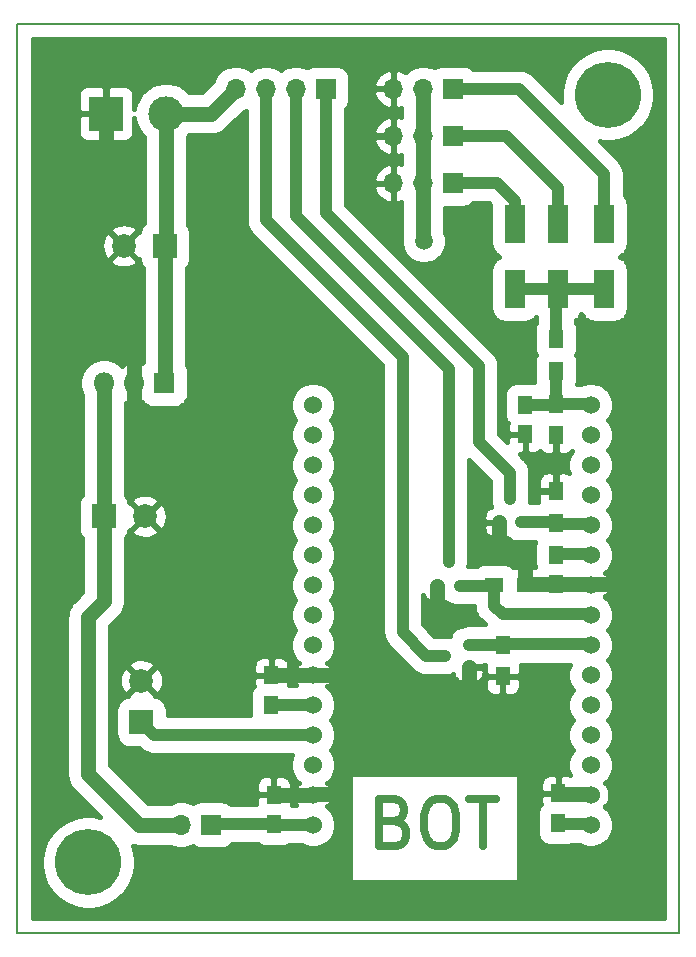
<source format=gbr>
%TF.GenerationSoftware,KiCad,Pcbnew,(5.1.9)-1*%
%TF.CreationDate,2021-12-22T12:25:31+01:00*%
%TF.ProjectId,led_unterm_bett,6c65645f-756e-4746-9572-6d5f62657474,v1r1*%
%TF.SameCoordinates,Original*%
%TF.FileFunction,Copper,L2,Bot*%
%TF.FilePolarity,Positive*%
%FSLAX46Y46*%
G04 Gerber Fmt 4.6, Leading zero omitted, Abs format (unit mm)*
G04 Created by KiCad (PCBNEW (5.1.9)-1) date 2021-12-22 12:25:31*
%MOMM*%
%LPD*%
G01*
G04 APERTURE LIST*
%TA.AperFunction,NonConductor*%
%ADD10C,0.700000*%
%TD*%
%TA.AperFunction,Profile*%
%ADD11C,0.150000*%
%TD*%
%TA.AperFunction,ComponentPad*%
%ADD12C,5.600000*%
%TD*%
%TA.AperFunction,SMDPad,CuDef*%
%ADD13R,1.700000X3.300000*%
%TD*%
%TA.AperFunction,SMDPad,CuDef*%
%ADD14R,1.250000X1.500000*%
%TD*%
%TA.AperFunction,ComponentPad*%
%ADD15R,2.000000X2.000000*%
%TD*%
%TA.AperFunction,ComponentPad*%
%ADD16C,2.000000*%
%TD*%
%TA.AperFunction,ComponentPad*%
%ADD17R,3.000000X3.000000*%
%TD*%
%TA.AperFunction,ComponentPad*%
%ADD18C,3.000000*%
%TD*%
%TA.AperFunction,SMDPad,CuDef*%
%ADD19R,0.800000X0.900000*%
%TD*%
%TA.AperFunction,SMDPad,CuDef*%
%ADD20R,0.900000X0.800000*%
%TD*%
%TA.AperFunction,SMDPad,CuDef*%
%ADD21R,1.300000X1.500000*%
%TD*%
%TA.AperFunction,SMDPad,CuDef*%
%ADD22R,1.500000X1.300000*%
%TD*%
%TA.AperFunction,ComponentPad*%
%ADD23R,1.800000X1.800000*%
%TD*%
%TA.AperFunction,ComponentPad*%
%ADD24O,1.800000X1.800000*%
%TD*%
%TA.AperFunction,ComponentPad*%
%ADD25R,1.700000X1.700000*%
%TD*%
%TA.AperFunction,ComponentPad*%
%ADD26O,1.700000X1.700000*%
%TD*%
%TA.AperFunction,ComponentPad*%
%ADD27C,1.524000*%
%TD*%
%TA.AperFunction,ViaPad*%
%ADD28C,1.500000*%
%TD*%
%TA.AperFunction,Conductor*%
%ADD29C,1.300000*%
%TD*%
%TA.AperFunction,Conductor*%
%ADD30C,1.000000*%
%TD*%
%TA.AperFunction,Conductor*%
%ADD31C,0.400000*%
%TD*%
%TA.AperFunction,Conductor*%
%ADD32C,0.100000*%
%TD*%
G04 APERTURE END LIST*
D10*
X148966666Y-126514285D02*
X149538095Y-126704761D01*
X149728571Y-126895238D01*
X149919047Y-127276190D01*
X149919047Y-127847619D01*
X149728571Y-128228571D01*
X149538095Y-128419047D01*
X149157142Y-128609523D01*
X147633333Y-128609523D01*
X147633333Y-124609523D01*
X148966666Y-124609523D01*
X149347619Y-124800000D01*
X149538095Y-124990476D01*
X149728571Y-125371428D01*
X149728571Y-125752380D01*
X149538095Y-126133333D01*
X149347619Y-126323809D01*
X148966666Y-126514285D01*
X147633333Y-126514285D01*
X152395238Y-124609523D02*
X153157142Y-124609523D01*
X153538095Y-124800000D01*
X153919047Y-125180952D01*
X154109523Y-125942857D01*
X154109523Y-127276190D01*
X153919047Y-128038095D01*
X153538095Y-128419047D01*
X153157142Y-128609523D01*
X152395238Y-128609523D01*
X152014285Y-128419047D01*
X151633333Y-128038095D01*
X151442857Y-127276190D01*
X151442857Y-125942857D01*
X151633333Y-125180952D01*
X152014285Y-124800000D01*
X152395238Y-124609523D01*
X155252380Y-124609523D02*
X157538095Y-124609523D01*
X156395238Y-128609523D02*
X156395238Y-124609523D01*
D11*
X173000000Y-136000000D02*
X117000000Y-136000000D01*
X173000000Y-59000000D02*
X173000000Y-136000000D01*
X117000000Y-59000000D02*
X173000000Y-59000000D01*
X117000000Y-136000000D02*
X117000000Y-59000000D01*
D12*
%TO.P,REF\u002A\u002A,1*%
%TO.N,N/C*%
X123000000Y-130000000D03*
%TD*%
%TO.P,REF\u002A\u002A,1*%
%TO.N,N/C*%
X167000000Y-65000000D03*
%TD*%
D13*
%TO.P,D3,1*%
%TO.N,Net-(D1-Pad1)*%
X166700000Y-81450000D03*
%TO.P,D3,2*%
%TO.N,Net-(D3-Pad2)*%
X166700000Y-75950000D03*
%TD*%
%TO.P,D2,1*%
%TO.N,Net-(D1-Pad1)*%
X162800000Y-81450000D03*
%TO.P,D2,2*%
%TO.N,Net-(D2-Pad2)*%
X162800000Y-75950000D03*
%TD*%
%TO.P,D1,1*%
%TO.N,Net-(D1-Pad1)*%
X159100000Y-81450000D03*
%TO.P,D1,2*%
%TO.N,Net-(D1-Pad2)*%
X159100000Y-75950000D03*
%TD*%
D14*
%TO.P,C1,1*%
%TO.N,GND*%
X160000000Y-93750000D03*
%TO.P,C1,2*%
%TO.N,Net-(C1-Pad2)*%
X160000000Y-91250000D03*
%TD*%
%TO.P,C2,1*%
%TO.N,Net-(C2-Pad1)*%
X138500000Y-116650000D03*
%TO.P,C2,2*%
%TO.N,GND*%
X138500000Y-114150000D03*
%TD*%
%TO.P,C3,1*%
%TO.N,Net-(C3-Pad1)*%
X138700000Y-126750000D03*
%TO.P,C3,2*%
%TO.N,GND*%
X138700000Y-124250000D03*
%TD*%
%TO.P,C4,1*%
%TO.N,GND*%
X162600000Y-106450000D03*
%TO.P,C4,2*%
%TO.N,Net-(C4-Pad2)*%
X162600000Y-103950000D03*
%TD*%
%TO.P,C5,1*%
%TO.N,GND*%
X162800000Y-124150000D03*
%TO.P,C5,2*%
%TO.N,Net-(C5-Pad2)*%
X162800000Y-126650000D03*
%TD*%
D15*
%TO.P,C6,1*%
%TO.N,+12V*%
X129500000Y-77800000D03*
D16*
%TO.P,C6,2*%
%TO.N,GND*%
X126000000Y-77800000D03*
%TD*%
D15*
%TO.P,C7,1*%
%TO.N,+5V*%
X124300000Y-100700000D03*
D16*
%TO.P,C7,2*%
%TO.N,GND*%
X127800000Y-100700000D03*
%TD*%
D15*
%TO.P,C8,1*%
%TO.N,Net-(C8-Pad1)*%
X127500000Y-118100000D03*
D16*
%TO.P,C8,2*%
%TO.N,GND*%
X127500000Y-114600000D03*
%TD*%
D17*
%TO.P,J5,1*%
%TO.N,GND*%
X124500000Y-66600000D03*
D18*
%TO.P,J5,2*%
%TO.N,+12V*%
X129580000Y-66600000D03*
%TD*%
D19*
%TO.P,Q1,1*%
%TO.N,Net-(Q1-Pad1)*%
X159650000Y-101200000D03*
%TO.P,Q1,2*%
%TO.N,GND*%
X157750000Y-101200000D03*
%TO.P,Q1,3*%
%TO.N,Net-(J6-Pad1)*%
X158700000Y-99200000D03*
%TD*%
%TO.P,Q2,1*%
%TO.N,Net-(Q2-Pad1)*%
X154450000Y-106600000D03*
%TO.P,Q2,2*%
%TO.N,GND*%
X152550000Y-106600000D03*
%TO.P,Q2,3*%
%TO.N,Net-(J6-Pad2)*%
X153500000Y-104600000D03*
%TD*%
D20*
%TO.P,Q3,1*%
%TO.N,Net-(Q3-Pad1)*%
X155200000Y-111550000D03*
%TO.P,Q3,2*%
%TO.N,GND*%
X155200000Y-113450000D03*
%TO.P,Q3,3*%
%TO.N,Net-(J6-Pad3)*%
X153200000Y-112500000D03*
%TD*%
D21*
%TO.P,R1,1*%
%TO.N,Net-(D1-Pad1)*%
X162600000Y-85650000D03*
%TO.P,R1,2*%
%TO.N,Net-(C1-Pad2)*%
X162600000Y-88350000D03*
%TD*%
%TO.P,R2,1*%
%TO.N,Net-(C1-Pad2)*%
X162600000Y-91150000D03*
%TO.P,R2,2*%
%TO.N,GND*%
X162600000Y-93850000D03*
%TD*%
%TO.P,R3,1*%
%TO.N,Net-(Q1-Pad1)*%
X162600000Y-101250000D03*
%TO.P,R3,2*%
%TO.N,GND*%
X162600000Y-98550000D03*
%TD*%
D22*
%TO.P,R4,1*%
%TO.N,Net-(Q2-Pad1)*%
X157350000Y-106500000D03*
%TO.P,R4,2*%
%TO.N,GND*%
X160050000Y-106500000D03*
%TD*%
D21*
%TO.P,R5,1*%
%TO.N,Net-(Q3-Pad1)*%
X158100000Y-111550000D03*
%TO.P,R5,2*%
%TO.N,GND*%
X158100000Y-114250000D03*
%TD*%
D23*
%TO.P,U2,1*%
%TO.N,+12V*%
X129400000Y-89400000D03*
D24*
%TO.P,U2,2*%
%TO.N,GND*%
X126860000Y-89400000D03*
%TO.P,U2,3*%
%TO.N,+5V*%
X124320000Y-89400000D03*
%TD*%
D25*
%TO.P,J1,1*%
%TO.N,Net-(D1-Pad2)*%
X153900000Y-72500000D03*
D26*
%TO.P,J1,2*%
%TO.N,+5V*%
X151360000Y-72500000D03*
%TO.P,J1,3*%
%TO.N,GND*%
X148820000Y-72500000D03*
%TD*%
D25*
%TO.P,J2,1*%
%TO.N,Net-(D2-Pad2)*%
X153900000Y-68500000D03*
D26*
%TO.P,J2,2*%
%TO.N,+5V*%
X151360000Y-68500000D03*
%TO.P,J2,3*%
%TO.N,GND*%
X148820000Y-68500000D03*
%TD*%
D25*
%TO.P,J3,1*%
%TO.N,Net-(D3-Pad2)*%
X153900000Y-64500000D03*
D26*
%TO.P,J3,2*%
%TO.N,+5V*%
X151360000Y-64500000D03*
%TO.P,J3,3*%
%TO.N,GND*%
X148820000Y-64500000D03*
%TD*%
D25*
%TO.P,J4,1*%
%TO.N,Net-(C3-Pad1)*%
X133400000Y-126800000D03*
D26*
%TO.P,J4,2*%
%TO.N,+5V*%
X130860000Y-126800000D03*
%TD*%
D25*
%TO.P,J6,1*%
%TO.N,Net-(J6-Pad1)*%
X143100000Y-64500000D03*
D26*
%TO.P,J6,2*%
%TO.N,Net-(J6-Pad2)*%
X140560000Y-64500000D03*
%TO.P,J6,3*%
%TO.N,Net-(J6-Pad3)*%
X138020000Y-64500000D03*
%TO.P,J6,4*%
%TO.N,+12V*%
X135480000Y-64500000D03*
%TD*%
D27*
%TO.P,U1,1*%
%TO.N,N/C*%
X142035000Y-91250000D03*
%TO.P,U1,2*%
X142035000Y-93790000D03*
%TO.P,U1,3*%
X142035000Y-96330000D03*
%TO.P,U1,4*%
X142035000Y-98870000D03*
%TO.P,U1,5*%
X142035000Y-101410000D03*
%TO.P,U1,6*%
X142035000Y-103950000D03*
%TO.P,U1,7*%
X142035000Y-106490000D03*
%TO.P,U1,8*%
X142035000Y-109030000D03*
%TO.P,U1,9*%
X142035000Y-111570000D03*
%TO.P,U1,10*%
%TO.N,GND*%
X142035000Y-114110000D03*
%TO.P,U1,11*%
%TO.N,Net-(C2-Pad1)*%
X142035000Y-116650000D03*
%TO.P,U1,12*%
%TO.N,Net-(C8-Pad1)*%
X142035000Y-119190000D03*
%TO.P,U1,13*%
%TO.N,N/C*%
X142035000Y-121730000D03*
%TO.P,U1,14*%
%TO.N,GND*%
X142035000Y-124270000D03*
%TO.P,U1,15*%
%TO.N,Net-(C3-Pad1)*%
X142035000Y-126810000D03*
%TO.P,U1,16*%
%TO.N,Net-(C5-Pad2)*%
X165530000Y-126810000D03*
%TO.P,U1,17*%
%TO.N,GND*%
X165530000Y-124270000D03*
%TO.P,U1,18*%
%TO.N,N/C*%
X165530000Y-121730000D03*
%TO.P,U1,19*%
X165530000Y-119190000D03*
%TO.P,U1,20*%
X165530000Y-116650000D03*
%TO.P,U1,21*%
X165530000Y-114110000D03*
%TO.P,U1,22*%
%TO.N,Net-(Q3-Pad1)*%
X165530000Y-111570000D03*
%TO.P,U1,23*%
%TO.N,Net-(Q2-Pad1)*%
X165530000Y-109030000D03*
%TO.P,U1,24*%
%TO.N,GND*%
X165530000Y-106490000D03*
%TO.P,U1,25*%
%TO.N,Net-(C4-Pad2)*%
X165530000Y-103950000D03*
%TO.P,U1,26*%
%TO.N,Net-(Q1-Pad1)*%
X165530000Y-101410000D03*
%TO.P,U1,27*%
%TO.N,N/C*%
X165530000Y-98870000D03*
%TO.P,U1,28*%
X165530000Y-96330000D03*
%TO.P,U1,29*%
X165530000Y-93790000D03*
%TO.P,U1,30*%
%TO.N,Net-(C1-Pad2)*%
X165530000Y-91250000D03*
%TD*%
D28*
%TO.N,GND*%
X124600000Y-70800000D03*
X152900000Y-109100000D03*
%TO.N,+5V*%
X151400000Y-77400000D03*
%TD*%
D29*
%TO.N,GND*%
X138700000Y-124250000D02*
X142015000Y-124250000D01*
X142015000Y-124250000D02*
X142065000Y-124200000D01*
X142065000Y-124200000D02*
X144400000Y-124200000D01*
X142035000Y-114110000D02*
X144990000Y-114110000D01*
X144990000Y-114110000D02*
X145000000Y-114100000D01*
X142035000Y-114110000D02*
X138540000Y-114110000D01*
X138540000Y-114110000D02*
X138500000Y-114150000D01*
X124500000Y-66600000D02*
X124500000Y-70700000D01*
X124500000Y-70700000D02*
X124600000Y-70800000D01*
X126860000Y-89400000D02*
X126860000Y-86840000D01*
X126860000Y-86840000D02*
X126900000Y-86800000D01*
X126860000Y-89400000D02*
X126860000Y-92160000D01*
X126860000Y-92160000D02*
X126900000Y-92200000D01*
X155200000Y-113450000D02*
X155200000Y-115600000D01*
X152550000Y-106600000D02*
X152550000Y-108750000D01*
X152550000Y-108750000D02*
X152900000Y-109100000D01*
X157750000Y-101200000D02*
X157750000Y-103250000D01*
X157750000Y-103250000D02*
X157800000Y-103300000D01*
X162600000Y-106450000D02*
X160100000Y-106450000D01*
X160100000Y-106450000D02*
X160000000Y-106350000D01*
X160000000Y-106350000D02*
X160000000Y-104100000D01*
X162600000Y-106450000D02*
X165360000Y-106450000D01*
X165360000Y-106450000D02*
X165410000Y-106400000D01*
X165410000Y-106400000D02*
X168300000Y-106400000D01*
X165370000Y-124240000D02*
X162890000Y-124240000D01*
X162890000Y-124240000D02*
X162800000Y-124150000D01*
D30*
%TO.N,Net-(C1-Pad2)*%
X162600000Y-91150000D02*
X162600000Y-88350000D01*
X165370000Y-91220000D02*
X162670000Y-91220000D01*
X162670000Y-91220000D02*
X162640000Y-91250000D01*
X162640000Y-91250000D02*
X160000000Y-91250000D01*
%TO.N,Net-(C2-Pad1)*%
X138500000Y-116650000D02*
X142035000Y-116650000D01*
%TO.N,Net-(C3-Pad1)*%
X138650000Y-126800000D02*
X138660000Y-126810000D01*
X138660000Y-126810000D02*
X142035000Y-126810000D01*
X133450000Y-126750000D02*
X133400000Y-126800000D01*
X138700000Y-126750000D02*
X133450000Y-126750000D01*
%TO.N,Net-(C4-Pad2)*%
X165370000Y-103920000D02*
X162630000Y-103920000D01*
X162630000Y-103920000D02*
X162600000Y-103950000D01*
%TO.N,Net-(C5-Pad2)*%
X165370000Y-126780000D02*
X162930000Y-126780000D01*
X162930000Y-126780000D02*
X162800000Y-126650000D01*
D29*
%TO.N,+12V*%
X129500000Y-77800000D02*
X129500000Y-89300000D01*
X129500000Y-89300000D02*
X129400000Y-89400000D01*
X129580000Y-66600000D02*
X129580000Y-77720000D01*
X129580000Y-77720000D02*
X129500000Y-77800000D01*
X129580000Y-66600000D02*
X133380000Y-66600000D01*
X133380000Y-66600000D02*
X135480000Y-64500000D01*
%TO.N,+5V*%
X151360000Y-77360000D02*
X151360000Y-72500000D01*
X151400000Y-77400000D02*
X151360000Y-77360000D01*
X124320000Y-89400000D02*
X124320000Y-100680000D01*
X124320000Y-100680000D02*
X124300000Y-100700000D01*
X124300000Y-100700000D02*
X124300000Y-107900000D01*
X124300000Y-107900000D02*
X123000000Y-109200000D01*
X123000000Y-109200000D02*
X123000000Y-122540000D01*
X151360000Y-64500000D02*
X151360000Y-68500000D01*
X151360000Y-68500000D02*
X151360000Y-72500000D01*
X127260000Y-126800000D02*
X123000000Y-122540000D01*
X130860000Y-126800000D02*
X127260000Y-126800000D01*
D30*
%TO.N,Net-(C8-Pad1)*%
X142035000Y-119190000D02*
X128590000Y-119190000D01*
X128590000Y-119190000D02*
X127500000Y-118100000D01*
%TO.N,Net-(D1-Pad1)*%
X162600000Y-85650000D02*
X162600000Y-81650000D01*
X162600000Y-81650000D02*
X162800000Y-81450000D01*
X159100000Y-81450000D02*
X162800000Y-81450000D01*
X162800000Y-81450000D02*
X166700000Y-81450000D01*
%TO.N,Net-(D1-Pad2)*%
X159100000Y-75950000D02*
X159100000Y-74000000D01*
X157600000Y-72500000D02*
X153900000Y-72500000D01*
X159100000Y-74000000D02*
X157600000Y-72500000D01*
%TO.N,Net-(D2-Pad2)*%
X162800000Y-75950000D02*
X162800000Y-72900000D01*
X158400000Y-68500000D02*
X153900000Y-68500000D01*
X162800000Y-72900000D02*
X158400000Y-68500000D01*
%TO.N,Net-(D3-Pad2)*%
X166700000Y-75950000D02*
X166700000Y-71700000D01*
X159500000Y-64500000D02*
X153900000Y-64500000D01*
X166700000Y-71700000D02*
X159500000Y-64500000D01*
%TO.N,Net-(J6-Pad2)*%
X140560000Y-64500000D02*
X140560000Y-75260000D01*
X153500000Y-88200000D02*
X153500000Y-104600000D01*
X140560000Y-75260000D02*
X153500000Y-88200000D01*
%TO.N,Net-(J6-Pad3)*%
X138020000Y-64500000D02*
X138020000Y-75620000D01*
X151600000Y-112500000D02*
X153200000Y-112500000D01*
X149600000Y-110500000D02*
X151600000Y-112500000D01*
X149600000Y-87200000D02*
X149600000Y-110500000D01*
X138020000Y-75620000D02*
X149600000Y-87200000D01*
%TO.N,Net-(Q1-Pad1)*%
X165370000Y-101380000D02*
X162730000Y-101380000D01*
X162730000Y-101380000D02*
X162550000Y-101200000D01*
X162550000Y-101200000D02*
X159650000Y-101200000D01*
%TO.N,Net-(Q2-Pad1)*%
X165370000Y-109000000D02*
X158100000Y-109000000D01*
X157350000Y-108250000D02*
X157350000Y-106500000D01*
X158100000Y-109000000D02*
X157350000Y-108250000D01*
X157350000Y-106500000D02*
X157250000Y-106600000D01*
X157250000Y-106600000D02*
X154450000Y-106600000D01*
%TO.N,Net-(Q3-Pad1)*%
X155200000Y-111550000D02*
X158100000Y-111550000D01*
X165370000Y-111540000D02*
X158110000Y-111540000D01*
X158110000Y-111540000D02*
X158100000Y-111550000D01*
%TO.N,Net-(J6-Pad1)*%
X143100000Y-64500000D02*
X143100000Y-75000000D01*
X158700000Y-97000000D02*
X158700000Y-99200000D01*
X156100000Y-94400000D02*
X158700000Y-97000000D01*
X156100000Y-88000000D02*
X156100000Y-94400000D01*
X143100000Y-75000000D02*
X156100000Y-88000000D01*
%TD*%
D31*
%TO.N,GND*%
X171725001Y-134725000D02*
X118275000Y-134725000D01*
X118275000Y-129606034D01*
X119000000Y-129606034D01*
X119000000Y-130393966D01*
X119153718Y-131166757D01*
X119455246Y-131894710D01*
X119892997Y-132549851D01*
X120450149Y-133107003D01*
X121105290Y-133544754D01*
X121833243Y-133846282D01*
X122606034Y-134000000D01*
X123393966Y-134000000D01*
X124166757Y-133846282D01*
X124894710Y-133544754D01*
X125549851Y-133107003D01*
X126107003Y-132549851D01*
X126544754Y-131894710D01*
X126846282Y-131166757D01*
X127000000Y-130393966D01*
X127000000Y-129606034D01*
X126846282Y-128833243D01*
X126739455Y-128575339D01*
X126897337Y-128623232D01*
X127169118Y-128650000D01*
X127169121Y-128650000D01*
X127260000Y-128658951D01*
X127350879Y-128650000D01*
X129969388Y-128650000D01*
X130262037Y-128771220D01*
X130658093Y-128850000D01*
X131061907Y-128850000D01*
X131457963Y-128771220D01*
X131831039Y-128616686D01*
X131833961Y-128614734D01*
X131880090Y-128652591D01*
X132088558Y-128764019D01*
X132314759Y-128832637D01*
X132550000Y-128855806D01*
X134250000Y-128855806D01*
X134485241Y-128832637D01*
X134711442Y-128764019D01*
X134919910Y-128652591D01*
X135102634Y-128502634D01*
X135145829Y-128450000D01*
X137341007Y-128450000D01*
X137405090Y-128502591D01*
X137613558Y-128614019D01*
X137839759Y-128682637D01*
X138075000Y-128705806D01*
X139325000Y-128705806D01*
X139560241Y-128682637D01*
X139786442Y-128614019D01*
X139981049Y-128510000D01*
X141047723Y-128510000D01*
X141105645Y-128548702D01*
X141462706Y-128696601D01*
X141841760Y-128772000D01*
X142228240Y-128772000D01*
X142607294Y-128696601D01*
X142964355Y-128548702D01*
X143285702Y-128333985D01*
X143558985Y-128060702D01*
X143773702Y-127739355D01*
X143921601Y-127382294D01*
X143997000Y-127003240D01*
X143997000Y-126616760D01*
X143921601Y-126237706D01*
X143773702Y-125880645D01*
X143558985Y-125559298D01*
X143285702Y-125286015D01*
X143214802Y-125238641D01*
X143414876Y-125210736D01*
X143571890Y-124923459D01*
X143669843Y-124611071D01*
X143704969Y-124285575D01*
X143675920Y-123959482D01*
X143583811Y-123645321D01*
X143432183Y-123355166D01*
X143414876Y-123329264D01*
X143214802Y-123301359D01*
X143285702Y-123253985D01*
X143558985Y-122980702D01*
X143773702Y-122659355D01*
X143821069Y-122545000D01*
X145130953Y-122545000D01*
X145130953Y-131645000D01*
X159469048Y-131645000D01*
X159469048Y-123400000D01*
X161270645Y-123400000D01*
X161275000Y-123875000D01*
X161500000Y-124100000D01*
X162750000Y-124100000D01*
X162750000Y-122725000D01*
X162525000Y-122500000D01*
X162175000Y-122495645D01*
X161998569Y-122513022D01*
X161828918Y-122564485D01*
X161672567Y-122648056D01*
X161535524Y-122760524D01*
X161423056Y-122897567D01*
X161339485Y-123053918D01*
X161288022Y-123223569D01*
X161270645Y-123400000D01*
X159469048Y-123400000D01*
X159469048Y-122545000D01*
X145130953Y-122545000D01*
X143821069Y-122545000D01*
X143921601Y-122302294D01*
X143997000Y-121923240D01*
X143997000Y-121536760D01*
X143921601Y-121157706D01*
X143773702Y-120800645D01*
X143558985Y-120479298D01*
X143539687Y-120460000D01*
X143558985Y-120440702D01*
X143773702Y-120119355D01*
X143921601Y-119762294D01*
X143997000Y-119383240D01*
X143997000Y-118996760D01*
X143921601Y-118617706D01*
X143773702Y-118260645D01*
X143558985Y-117939298D01*
X143539687Y-117920000D01*
X143558985Y-117900702D01*
X143773702Y-117579355D01*
X143921601Y-117222294D01*
X143997000Y-116843240D01*
X143997000Y-116456760D01*
X143921601Y-116077706D01*
X143773702Y-115720645D01*
X143558985Y-115399298D01*
X143285702Y-115126015D01*
X143214802Y-115078641D01*
X143414876Y-115050736D01*
X143442606Y-115000000D01*
X156545645Y-115000000D01*
X156563022Y-115176431D01*
X156614485Y-115346082D01*
X156698056Y-115502433D01*
X156810524Y-115639476D01*
X156947567Y-115751944D01*
X157103918Y-115835515D01*
X157273569Y-115886978D01*
X157450000Y-115904355D01*
X157825000Y-115900000D01*
X158050000Y-115675000D01*
X158050000Y-114300000D01*
X158150000Y-114300000D01*
X158150000Y-115675000D01*
X158375000Y-115900000D01*
X158750000Y-115904355D01*
X158926431Y-115886978D01*
X159096082Y-115835515D01*
X159252433Y-115751944D01*
X159389476Y-115639476D01*
X159501944Y-115502433D01*
X159585515Y-115346082D01*
X159636978Y-115176431D01*
X159654355Y-115000000D01*
X159650000Y-114525000D01*
X159425000Y-114300000D01*
X158150000Y-114300000D01*
X158050000Y-114300000D01*
X156775000Y-114300000D01*
X156550000Y-114525000D01*
X156545645Y-115000000D01*
X143442606Y-115000000D01*
X143571890Y-114763459D01*
X143669843Y-114451071D01*
X143704969Y-114125575D01*
X143675920Y-113799482D01*
X143583811Y-113485321D01*
X143432183Y-113195166D01*
X143414876Y-113169264D01*
X143214802Y-113141359D01*
X143285702Y-113093985D01*
X143558985Y-112820702D01*
X143773702Y-112499355D01*
X143921601Y-112142294D01*
X143997000Y-111763240D01*
X143997000Y-111376760D01*
X143921601Y-110997706D01*
X143773702Y-110640645D01*
X143558985Y-110319298D01*
X143539687Y-110300000D01*
X143558985Y-110280702D01*
X143773702Y-109959355D01*
X143921601Y-109602294D01*
X143997000Y-109223240D01*
X143997000Y-108836760D01*
X143921601Y-108457706D01*
X143773702Y-108100645D01*
X143558985Y-107779298D01*
X143539687Y-107760000D01*
X143558985Y-107740702D01*
X143773702Y-107419355D01*
X143921601Y-107062294D01*
X143997000Y-106683240D01*
X143997000Y-106296760D01*
X143921601Y-105917706D01*
X143773702Y-105560645D01*
X143558985Y-105239298D01*
X143539687Y-105220000D01*
X143558985Y-105200702D01*
X143773702Y-104879355D01*
X143921601Y-104522294D01*
X143997000Y-104143240D01*
X143997000Y-103756760D01*
X143921601Y-103377706D01*
X143773702Y-103020645D01*
X143558985Y-102699298D01*
X143539687Y-102680000D01*
X143558985Y-102660702D01*
X143773702Y-102339355D01*
X143921601Y-101982294D01*
X143997000Y-101603240D01*
X143997000Y-101216760D01*
X143921601Y-100837706D01*
X143773702Y-100480645D01*
X143558985Y-100159298D01*
X143539687Y-100140000D01*
X143558985Y-100120702D01*
X143773702Y-99799355D01*
X143921601Y-99442294D01*
X143997000Y-99063240D01*
X143997000Y-98676760D01*
X143921601Y-98297706D01*
X143773702Y-97940645D01*
X143558985Y-97619298D01*
X143539687Y-97600000D01*
X143558985Y-97580702D01*
X143773702Y-97259355D01*
X143921601Y-96902294D01*
X143997000Y-96523240D01*
X143997000Y-96136760D01*
X143921601Y-95757706D01*
X143773702Y-95400645D01*
X143558985Y-95079298D01*
X143539687Y-95060000D01*
X143558985Y-95040702D01*
X143773702Y-94719355D01*
X143921601Y-94362294D01*
X143997000Y-93983240D01*
X143997000Y-93596760D01*
X143921601Y-93217706D01*
X143773702Y-92860645D01*
X143558985Y-92539298D01*
X143539687Y-92520000D01*
X143558985Y-92500702D01*
X143773702Y-92179355D01*
X143921601Y-91822294D01*
X143997000Y-91443240D01*
X143997000Y-91056760D01*
X143921601Y-90677706D01*
X143773702Y-90320645D01*
X143558985Y-89999298D01*
X143285702Y-89726015D01*
X142964355Y-89511298D01*
X142607294Y-89363399D01*
X142228240Y-89288000D01*
X141841760Y-89288000D01*
X141462706Y-89363399D01*
X141105645Y-89511298D01*
X140784298Y-89726015D01*
X140511015Y-89999298D01*
X140296298Y-90320645D01*
X140148399Y-90677706D01*
X140073000Y-91056760D01*
X140073000Y-91443240D01*
X140148399Y-91822294D01*
X140296298Y-92179355D01*
X140511015Y-92500702D01*
X140530313Y-92520000D01*
X140511015Y-92539298D01*
X140296298Y-92860645D01*
X140148399Y-93217706D01*
X140073000Y-93596760D01*
X140073000Y-93983240D01*
X140148399Y-94362294D01*
X140296298Y-94719355D01*
X140511015Y-95040702D01*
X140530313Y-95060000D01*
X140511015Y-95079298D01*
X140296298Y-95400645D01*
X140148399Y-95757706D01*
X140073000Y-96136760D01*
X140073000Y-96523240D01*
X140148399Y-96902294D01*
X140296298Y-97259355D01*
X140511015Y-97580702D01*
X140530313Y-97600000D01*
X140511015Y-97619298D01*
X140296298Y-97940645D01*
X140148399Y-98297706D01*
X140073000Y-98676760D01*
X140073000Y-99063240D01*
X140148399Y-99442294D01*
X140296298Y-99799355D01*
X140511015Y-100120702D01*
X140530313Y-100140000D01*
X140511015Y-100159298D01*
X140296298Y-100480645D01*
X140148399Y-100837706D01*
X140073000Y-101216760D01*
X140073000Y-101603240D01*
X140148399Y-101982294D01*
X140296298Y-102339355D01*
X140511015Y-102660702D01*
X140530313Y-102680000D01*
X140511015Y-102699298D01*
X140296298Y-103020645D01*
X140148399Y-103377706D01*
X140073000Y-103756760D01*
X140073000Y-104143240D01*
X140148399Y-104522294D01*
X140296298Y-104879355D01*
X140511015Y-105200702D01*
X140530313Y-105220000D01*
X140511015Y-105239298D01*
X140296298Y-105560645D01*
X140148399Y-105917706D01*
X140073000Y-106296760D01*
X140073000Y-106683240D01*
X140148399Y-107062294D01*
X140296298Y-107419355D01*
X140511015Y-107740702D01*
X140530313Y-107760000D01*
X140511015Y-107779298D01*
X140296298Y-108100645D01*
X140148399Y-108457706D01*
X140073000Y-108836760D01*
X140073000Y-109223240D01*
X140148399Y-109602294D01*
X140296298Y-109959355D01*
X140511015Y-110280702D01*
X140530313Y-110300000D01*
X140511015Y-110319298D01*
X140296298Y-110640645D01*
X140148399Y-110997706D01*
X140073000Y-111376760D01*
X140073000Y-111763240D01*
X140148399Y-112142294D01*
X140296298Y-112499355D01*
X140511015Y-112820702D01*
X140784298Y-113093985D01*
X140855198Y-113141359D01*
X140655124Y-113169264D01*
X140498110Y-113456541D01*
X140400157Y-113768929D01*
X140365031Y-114094425D01*
X140394080Y-114420518D01*
X140486189Y-114734679D01*
X140598711Y-114950000D01*
X140024430Y-114950000D01*
X140029355Y-114900000D01*
X140025000Y-114425000D01*
X139800000Y-114200000D01*
X138550000Y-114200000D01*
X138550000Y-114220000D01*
X138450000Y-114220000D01*
X138450000Y-114200000D01*
X137200000Y-114200000D01*
X136975000Y-114425000D01*
X136970645Y-114900000D01*
X136988022Y-115076431D01*
X136990853Y-115085765D01*
X136872409Y-115230090D01*
X136760981Y-115438558D01*
X136692363Y-115664759D01*
X136669194Y-115900000D01*
X136669194Y-117400000D01*
X136678058Y-117490000D01*
X129705806Y-117490000D01*
X129705806Y-117100000D01*
X129682637Y-116864759D01*
X129614019Y-116638558D01*
X129502591Y-116430090D01*
X129352634Y-116247366D01*
X129169910Y-116097409D01*
X128961442Y-115985981D01*
X128735241Y-115917363D01*
X128637647Y-115907751D01*
X128655024Y-115825735D01*
X127500000Y-114670711D01*
X126344976Y-115825735D01*
X126362353Y-115907751D01*
X126264759Y-115917363D01*
X126038558Y-115985981D01*
X125830090Y-116097409D01*
X125647366Y-116247366D01*
X125497409Y-116430090D01*
X125385981Y-116638558D01*
X125317363Y-116864759D01*
X125294194Y-117100000D01*
X125294194Y-119100000D01*
X125317363Y-119335241D01*
X125385981Y-119561442D01*
X125497409Y-119769910D01*
X125647366Y-119952634D01*
X125830090Y-120102591D01*
X126038558Y-120214019D01*
X126264759Y-120282637D01*
X126500000Y-120305806D01*
X127301644Y-120305806D01*
X127328868Y-120333030D01*
X127382103Y-120397897D01*
X127640961Y-120610337D01*
X127936291Y-120768194D01*
X128256742Y-120865402D01*
X128506490Y-120890000D01*
X128506500Y-120890000D01*
X128590000Y-120898224D01*
X128673500Y-120890000D01*
X140259286Y-120890000D01*
X140148399Y-121157706D01*
X140073000Y-121536760D01*
X140073000Y-121923240D01*
X140148399Y-122302294D01*
X140296298Y-122659355D01*
X140511015Y-122980702D01*
X140784298Y-123253985D01*
X140855198Y-123301359D01*
X140655124Y-123329264D01*
X140498110Y-123616541D01*
X140400157Y-123928929D01*
X140365031Y-124254425D01*
X140394080Y-124580518D01*
X140486189Y-124894679D01*
X140598711Y-125110000D01*
X140218521Y-125110000D01*
X140229355Y-125000000D01*
X140225000Y-124525000D01*
X140000000Y-124300000D01*
X138750000Y-124300000D01*
X138750000Y-124320000D01*
X138650000Y-124320000D01*
X138650000Y-124300000D01*
X137400000Y-124300000D01*
X137175000Y-124525000D01*
X137170645Y-125000000D01*
X137175570Y-125050000D01*
X135044918Y-125050000D01*
X134919910Y-124947409D01*
X134711442Y-124835981D01*
X134485241Y-124767363D01*
X134250000Y-124744194D01*
X132550000Y-124744194D01*
X132314759Y-124767363D01*
X132088558Y-124835981D01*
X131880090Y-124947409D01*
X131833961Y-124985266D01*
X131831039Y-124983314D01*
X131457963Y-124828780D01*
X131061907Y-124750000D01*
X130658093Y-124750000D01*
X130262037Y-124828780D01*
X129969388Y-124950000D01*
X128026295Y-124950000D01*
X126576295Y-123500000D01*
X137170645Y-123500000D01*
X137175000Y-123975000D01*
X137400000Y-124200000D01*
X138650000Y-124200000D01*
X138650000Y-122825000D01*
X138750000Y-122825000D01*
X138750000Y-124200000D01*
X140000000Y-124200000D01*
X140225000Y-123975000D01*
X140229355Y-123500000D01*
X140211978Y-123323569D01*
X140160515Y-123153918D01*
X140076944Y-122997567D01*
X139964476Y-122860524D01*
X139827433Y-122748056D01*
X139671082Y-122664485D01*
X139501431Y-122613022D01*
X139325000Y-122595645D01*
X138975000Y-122600000D01*
X138750000Y-122825000D01*
X138650000Y-122825000D01*
X138425000Y-122600000D01*
X138075000Y-122595645D01*
X137898569Y-122613022D01*
X137728918Y-122664485D01*
X137572567Y-122748056D01*
X137435524Y-122860524D01*
X137323056Y-122997567D01*
X137239485Y-123153918D01*
X137188022Y-123323569D01*
X137170645Y-123500000D01*
X126576295Y-123500000D01*
X124850000Y-121773706D01*
X124850000Y-114575033D01*
X125590970Y-114575033D01*
X125622781Y-114947947D01*
X125726732Y-115307489D01*
X125898829Y-115639842D01*
X125926571Y-115681359D01*
X126274265Y-115755024D01*
X127429289Y-114600000D01*
X127570711Y-114600000D01*
X128725735Y-115755024D01*
X129073429Y-115681359D01*
X129254159Y-115353620D01*
X129367477Y-114996920D01*
X129409030Y-114624967D01*
X129377219Y-114252053D01*
X129273268Y-113892511D01*
X129101171Y-113560158D01*
X129073429Y-113518641D01*
X128725735Y-113444976D01*
X127570711Y-114600000D01*
X127429289Y-114600000D01*
X126274265Y-113444976D01*
X125926571Y-113518641D01*
X125745841Y-113846380D01*
X125632523Y-114203080D01*
X125590970Y-114575033D01*
X124850000Y-114575033D01*
X124850000Y-113374265D01*
X126344976Y-113374265D01*
X127500000Y-114529289D01*
X128629289Y-113400000D01*
X136970645Y-113400000D01*
X136975000Y-113875000D01*
X137200000Y-114100000D01*
X138450000Y-114100000D01*
X138450000Y-112725000D01*
X138550000Y-112725000D01*
X138550000Y-114100000D01*
X139800000Y-114100000D01*
X140025000Y-113875000D01*
X140029355Y-113400000D01*
X140011978Y-113223569D01*
X139960515Y-113053918D01*
X139876944Y-112897567D01*
X139764476Y-112760524D01*
X139627433Y-112648056D01*
X139471082Y-112564485D01*
X139301431Y-112513022D01*
X139125000Y-112495645D01*
X138775000Y-112500000D01*
X138550000Y-112725000D01*
X138450000Y-112725000D01*
X138225000Y-112500000D01*
X137875000Y-112495645D01*
X137698569Y-112513022D01*
X137528918Y-112564485D01*
X137372567Y-112648056D01*
X137235524Y-112760524D01*
X137123056Y-112897567D01*
X137039485Y-113053918D01*
X136988022Y-113223569D01*
X136970645Y-113400000D01*
X128629289Y-113400000D01*
X128655024Y-113374265D01*
X128581359Y-113026571D01*
X128253620Y-112845841D01*
X127896920Y-112732523D01*
X127524967Y-112690970D01*
X127152053Y-112722781D01*
X126792511Y-112826732D01*
X126460158Y-112998829D01*
X126418641Y-113026571D01*
X126344976Y-113374265D01*
X124850000Y-113374265D01*
X124850000Y-109966295D01*
X125543888Y-109272408D01*
X125614477Y-109214477D01*
X125672407Y-109143889D01*
X125672411Y-109143885D01*
X125845661Y-108932778D01*
X126017447Y-108611390D01*
X126025981Y-108583257D01*
X126123232Y-108262663D01*
X126150000Y-107990882D01*
X126150000Y-107990879D01*
X126158951Y-107900000D01*
X126150000Y-107809121D01*
X126150000Y-102554796D01*
X126152634Y-102552634D01*
X126302591Y-102369910D01*
X126414019Y-102161442D01*
X126482637Y-101935241D01*
X126483573Y-101925735D01*
X126644976Y-101925735D01*
X126718641Y-102273429D01*
X127046380Y-102454159D01*
X127403080Y-102567477D01*
X127775033Y-102609030D01*
X128147947Y-102577219D01*
X128507489Y-102473268D01*
X128839842Y-102301171D01*
X128881359Y-102273429D01*
X128955024Y-101925735D01*
X127800000Y-100770711D01*
X126644976Y-101925735D01*
X126483573Y-101925735D01*
X126492249Y-101837647D01*
X126574265Y-101855024D01*
X127729289Y-100700000D01*
X127870711Y-100700000D01*
X129025735Y-101855024D01*
X129373429Y-101781359D01*
X129554159Y-101453620D01*
X129667477Y-101096920D01*
X129709030Y-100724967D01*
X129677219Y-100352053D01*
X129573268Y-99992511D01*
X129401171Y-99660158D01*
X129373429Y-99618641D01*
X129025735Y-99544976D01*
X127870711Y-100700000D01*
X127729289Y-100700000D01*
X126574265Y-99544976D01*
X126492249Y-99562353D01*
X126483574Y-99474265D01*
X126644976Y-99474265D01*
X127800000Y-100629289D01*
X128955024Y-99474265D01*
X128881359Y-99126571D01*
X128553620Y-98945841D01*
X128196920Y-98832523D01*
X127824967Y-98790970D01*
X127452053Y-98822781D01*
X127092511Y-98926732D01*
X126760158Y-99098829D01*
X126718641Y-99126571D01*
X126644976Y-99474265D01*
X126483574Y-99474265D01*
X126482637Y-99464759D01*
X126414019Y-99238558D01*
X126302591Y-99030090D01*
X126170000Y-98868527D01*
X126170000Y-91060226D01*
X126190320Y-91070789D01*
X126529142Y-91169333D01*
X126810000Y-90974307D01*
X126810000Y-89450000D01*
X126790000Y-89450000D01*
X126790000Y-89350000D01*
X126810000Y-89350000D01*
X126810000Y-87825693D01*
X126529142Y-87630667D01*
X126190320Y-87729211D01*
X125877233Y-87891963D01*
X125824269Y-87934420D01*
X125658672Y-87768823D01*
X125314723Y-87539004D01*
X124932547Y-87380702D01*
X124526832Y-87300000D01*
X124113168Y-87300000D01*
X123707453Y-87380702D01*
X123325277Y-87539004D01*
X122981328Y-87768823D01*
X122688823Y-88061328D01*
X122459004Y-88405277D01*
X122300702Y-88787453D01*
X122220000Y-89193168D01*
X122220000Y-89606832D01*
X122300702Y-90012547D01*
X122459004Y-90394723D01*
X122470000Y-90411180D01*
X122470001Y-98828790D01*
X122447366Y-98847366D01*
X122297409Y-99030090D01*
X122185981Y-99238558D01*
X122117363Y-99464759D01*
X122094194Y-99700000D01*
X122094194Y-101700000D01*
X122117363Y-101935241D01*
X122185981Y-102161442D01*
X122297409Y-102369910D01*
X122447366Y-102552634D01*
X122450000Y-102554796D01*
X122450001Y-107133704D01*
X121756121Y-107827585D01*
X121685523Y-107885523D01*
X121550541Y-108050000D01*
X121454339Y-108167222D01*
X121406990Y-108255806D01*
X121282553Y-108488611D01*
X121176768Y-108837338D01*
X121152901Y-109079663D01*
X121141049Y-109200000D01*
X121150000Y-109290879D01*
X121150001Y-122449111D01*
X121141049Y-122540000D01*
X121176769Y-122902663D01*
X121282553Y-123251389D01*
X121454339Y-123572778D01*
X121614910Y-123768433D01*
X121685524Y-123854477D01*
X121756117Y-123912411D01*
X123955377Y-126111672D01*
X123393966Y-126000000D01*
X122606034Y-126000000D01*
X121833243Y-126153718D01*
X121105290Y-126455246D01*
X120450149Y-126892997D01*
X119892997Y-127450149D01*
X119455246Y-128105290D01*
X119153718Y-128833243D01*
X119000000Y-129606034D01*
X118275000Y-129606034D01*
X118275000Y-79025735D01*
X124844976Y-79025735D01*
X124918641Y-79373429D01*
X125246380Y-79554159D01*
X125603080Y-79667477D01*
X125975033Y-79709030D01*
X126347947Y-79677219D01*
X126707489Y-79573268D01*
X127039842Y-79401171D01*
X127081359Y-79373429D01*
X127155024Y-79025735D01*
X126000000Y-77870711D01*
X124844976Y-79025735D01*
X118275000Y-79025735D01*
X118275000Y-77775033D01*
X124090970Y-77775033D01*
X124122781Y-78147947D01*
X124226732Y-78507489D01*
X124398829Y-78839842D01*
X124426571Y-78881359D01*
X124774265Y-78955024D01*
X125929289Y-77800000D01*
X124774265Y-76644976D01*
X124426571Y-76718641D01*
X124245841Y-77046380D01*
X124132523Y-77403080D01*
X124090970Y-77775033D01*
X118275000Y-77775033D01*
X118275000Y-76574265D01*
X124844976Y-76574265D01*
X126000000Y-77729289D01*
X127155024Y-76574265D01*
X127081359Y-76226571D01*
X126753620Y-76045841D01*
X126396920Y-75932523D01*
X126024967Y-75890970D01*
X125652053Y-75922781D01*
X125292511Y-76026732D01*
X124960158Y-76198829D01*
X124918641Y-76226571D01*
X124844976Y-76574265D01*
X118275000Y-76574265D01*
X118275000Y-68100000D01*
X122095645Y-68100000D01*
X122113022Y-68276431D01*
X122164485Y-68446082D01*
X122248056Y-68602433D01*
X122360524Y-68739476D01*
X122497567Y-68851944D01*
X122653918Y-68935515D01*
X122823569Y-68986978D01*
X123000000Y-69004355D01*
X124225000Y-69000000D01*
X124450000Y-68775000D01*
X124450000Y-66650000D01*
X122325000Y-66650000D01*
X122100000Y-66875000D01*
X122095645Y-68100000D01*
X118275000Y-68100000D01*
X118275000Y-65100000D01*
X122095645Y-65100000D01*
X122100000Y-66325000D01*
X122325000Y-66550000D01*
X124450000Y-66550000D01*
X124450000Y-64425000D01*
X124550000Y-64425000D01*
X124550000Y-66550000D01*
X124570000Y-66550000D01*
X124570000Y-66650000D01*
X124550000Y-66650000D01*
X124550000Y-68775000D01*
X124775000Y-69000000D01*
X126000000Y-69004355D01*
X126176431Y-68986978D01*
X126346082Y-68935515D01*
X126502433Y-68851944D01*
X126639476Y-68739476D01*
X126751944Y-68602433D01*
X126835515Y-68446082D01*
X126886978Y-68276431D01*
X126904355Y-68100000D01*
X126900331Y-66968138D01*
X126983760Y-67387561D01*
X127187291Y-67878930D01*
X127482773Y-68321150D01*
X127730000Y-68568377D01*
X127730001Y-75879550D01*
X127647366Y-75947366D01*
X127497409Y-76130090D01*
X127385981Y-76338558D01*
X127317363Y-76564759D01*
X127307751Y-76662353D01*
X127225735Y-76644976D01*
X126070711Y-77800000D01*
X127225735Y-78955024D01*
X127307751Y-78937647D01*
X127317363Y-79035241D01*
X127385981Y-79261442D01*
X127497409Y-79469910D01*
X127647366Y-79652634D01*
X127650000Y-79654796D01*
X127650001Y-87645204D01*
X127647366Y-87647366D01*
X127565091Y-87747619D01*
X127529680Y-87729211D01*
X127190858Y-87630667D01*
X126910000Y-87825693D01*
X126910000Y-89350000D01*
X126930000Y-89350000D01*
X126930000Y-89450000D01*
X126910000Y-89450000D01*
X126910000Y-90974307D01*
X127190858Y-91169333D01*
X127529680Y-91070789D01*
X127565091Y-91052381D01*
X127647366Y-91152634D01*
X127830090Y-91302591D01*
X128038558Y-91414019D01*
X128264759Y-91482637D01*
X128500000Y-91505806D01*
X130300000Y-91505806D01*
X130535241Y-91482637D01*
X130761442Y-91414019D01*
X130969910Y-91302591D01*
X131152634Y-91152634D01*
X131302591Y-90969910D01*
X131414019Y-90761442D01*
X131482637Y-90535241D01*
X131505806Y-90300000D01*
X131505806Y-88500000D01*
X131482637Y-88264759D01*
X131414019Y-88038558D01*
X131350000Y-87918786D01*
X131350000Y-79654796D01*
X131352634Y-79652634D01*
X131502591Y-79469910D01*
X131614019Y-79261442D01*
X131682637Y-79035241D01*
X131705806Y-78800000D01*
X131705806Y-76800000D01*
X131682637Y-76564759D01*
X131614019Y-76338558D01*
X131502591Y-76130090D01*
X131430000Y-76041637D01*
X131430000Y-68568377D01*
X131548377Y-68450000D01*
X133289121Y-68450000D01*
X133380000Y-68458951D01*
X133470879Y-68450000D01*
X133470882Y-68450000D01*
X133742663Y-68423232D01*
X134091390Y-68317447D01*
X134412778Y-68145661D01*
X134694477Y-67914477D01*
X134752416Y-67843878D01*
X136158388Y-66437907D01*
X136320000Y-66370964D01*
X136320001Y-75536490D01*
X136311776Y-75620000D01*
X136344599Y-75953258D01*
X136441807Y-76273709D01*
X136599663Y-76569039D01*
X136758868Y-76763031D01*
X136758877Y-76763040D01*
X136812104Y-76827897D01*
X136876961Y-76881124D01*
X147900000Y-87904163D01*
X147900001Y-110416490D01*
X147891776Y-110500000D01*
X147924599Y-110833258D01*
X148021807Y-111153709D01*
X148179663Y-111449039D01*
X148338868Y-111643031D01*
X148338877Y-111643040D01*
X148392104Y-111707897D01*
X148456961Y-111761124D01*
X150338872Y-113643035D01*
X150392103Y-113707897D01*
X150456965Y-113761128D01*
X150456968Y-113761131D01*
X150650960Y-113920337D01*
X150753228Y-113975000D01*
X150946291Y-114078194D01*
X151266742Y-114175402D01*
X151516490Y-114200000D01*
X151516499Y-114200000D01*
X151599999Y-114208224D01*
X151683499Y-114200000D01*
X153283510Y-114200000D01*
X153533258Y-114175402D01*
X153816861Y-114089372D01*
X153880222Y-114083131D01*
X153914485Y-114196082D01*
X153998056Y-114352433D01*
X154110524Y-114489476D01*
X154247567Y-114601944D01*
X154403918Y-114685515D01*
X154573569Y-114736978D01*
X154750000Y-114754355D01*
X154925000Y-114750000D01*
X155150000Y-114525000D01*
X155150000Y-113500000D01*
X155130000Y-113500000D01*
X155130000Y-113400000D01*
X155150000Y-113400000D01*
X155150000Y-113380000D01*
X155250000Y-113380000D01*
X155250000Y-113400000D01*
X156325000Y-113400000D01*
X156475000Y-113250000D01*
X156585339Y-113250000D01*
X156563022Y-113323569D01*
X156545645Y-113500000D01*
X156547687Y-113722687D01*
X156325000Y-113500000D01*
X155250000Y-113500000D01*
X155250000Y-114525000D01*
X155475000Y-114750000D01*
X155650000Y-114754355D01*
X155826431Y-114736978D01*
X155996082Y-114685515D01*
X156152433Y-114601944D01*
X156289476Y-114489476D01*
X156401944Y-114352433D01*
X156485515Y-114196082D01*
X156536978Y-114026431D01*
X156549322Y-113901096D01*
X156550000Y-113975000D01*
X156775000Y-114200000D01*
X158050000Y-114200000D01*
X158050000Y-114180000D01*
X158150000Y-114180000D01*
X158150000Y-114200000D01*
X159425000Y-114200000D01*
X159650000Y-113975000D01*
X159654355Y-113500000D01*
X159636978Y-113323569D01*
X159611628Y-113240000D01*
X163766712Y-113240000D01*
X163643399Y-113537706D01*
X163568000Y-113916760D01*
X163568000Y-114303240D01*
X163643399Y-114682294D01*
X163791298Y-115039355D01*
X164006015Y-115360702D01*
X164025313Y-115380000D01*
X164006015Y-115399298D01*
X163791298Y-115720645D01*
X163643399Y-116077706D01*
X163568000Y-116456760D01*
X163568000Y-116843240D01*
X163643399Y-117222294D01*
X163791298Y-117579355D01*
X164006015Y-117900702D01*
X164025313Y-117920000D01*
X164006015Y-117939298D01*
X163791298Y-118260645D01*
X163643399Y-118617706D01*
X163568000Y-118996760D01*
X163568000Y-119383240D01*
X163643399Y-119762294D01*
X163791298Y-120119355D01*
X164006015Y-120440702D01*
X164025313Y-120460000D01*
X164006015Y-120479298D01*
X163791298Y-120800645D01*
X163643399Y-121157706D01*
X163568000Y-121536760D01*
X163568000Y-121923240D01*
X163643399Y-122302294D01*
X163749260Y-122557865D01*
X163601431Y-122513022D01*
X163425000Y-122495645D01*
X163075000Y-122500000D01*
X162850000Y-122725000D01*
X162850000Y-124100000D01*
X162870000Y-124100000D01*
X162870000Y-124200000D01*
X162850000Y-124200000D01*
X162850000Y-124220000D01*
X162750000Y-124220000D01*
X162750000Y-124200000D01*
X161500000Y-124200000D01*
X161275000Y-124425000D01*
X161270645Y-124900000D01*
X161288022Y-125076431D01*
X161290853Y-125085765D01*
X161172409Y-125230090D01*
X161060981Y-125438558D01*
X160992363Y-125664759D01*
X160969194Y-125900000D01*
X160969194Y-127400000D01*
X160992363Y-127635241D01*
X161060981Y-127861442D01*
X161172409Y-128069910D01*
X161322366Y-128252634D01*
X161505090Y-128402591D01*
X161713558Y-128514019D01*
X161939759Y-128582637D01*
X162175000Y-128605806D01*
X163425000Y-128605806D01*
X163660241Y-128582637D01*
X163886442Y-128514019D01*
X163950087Y-128480000D01*
X164497825Y-128480000D01*
X164600645Y-128548702D01*
X164957706Y-128696601D01*
X165336760Y-128772000D01*
X165723240Y-128772000D01*
X166102294Y-128696601D01*
X166459355Y-128548702D01*
X166780702Y-128333985D01*
X167053985Y-128060702D01*
X167268702Y-127739355D01*
X167416601Y-127382294D01*
X167492000Y-127003240D01*
X167492000Y-126616760D01*
X167416601Y-126237706D01*
X167268702Y-125880645D01*
X167053985Y-125559298D01*
X166780702Y-125286015D01*
X166709802Y-125238641D01*
X166909876Y-125210736D01*
X167066890Y-124923459D01*
X167164843Y-124611071D01*
X167199969Y-124285575D01*
X167170920Y-123959482D01*
X167078811Y-123645321D01*
X166927183Y-123355166D01*
X166909876Y-123329264D01*
X166709802Y-123301359D01*
X166780702Y-123253985D01*
X167053985Y-122980702D01*
X167268702Y-122659355D01*
X167416601Y-122302294D01*
X167492000Y-121923240D01*
X167492000Y-121536760D01*
X167416601Y-121157706D01*
X167268702Y-120800645D01*
X167053985Y-120479298D01*
X167034687Y-120460000D01*
X167053985Y-120440702D01*
X167268702Y-120119355D01*
X167416601Y-119762294D01*
X167492000Y-119383240D01*
X167492000Y-118996760D01*
X167416601Y-118617706D01*
X167268702Y-118260645D01*
X167053985Y-117939298D01*
X167034687Y-117920000D01*
X167053985Y-117900702D01*
X167268702Y-117579355D01*
X167416601Y-117222294D01*
X167492000Y-116843240D01*
X167492000Y-116456760D01*
X167416601Y-116077706D01*
X167268702Y-115720645D01*
X167053985Y-115399298D01*
X167034687Y-115380000D01*
X167053985Y-115360702D01*
X167268702Y-115039355D01*
X167416601Y-114682294D01*
X167492000Y-114303240D01*
X167492000Y-113916760D01*
X167416601Y-113537706D01*
X167268702Y-113180645D01*
X167053985Y-112859298D01*
X167034687Y-112840000D01*
X167053985Y-112820702D01*
X167268702Y-112499355D01*
X167416601Y-112142294D01*
X167492000Y-111763240D01*
X167492000Y-111376760D01*
X167416601Y-110997706D01*
X167268702Y-110640645D01*
X167053985Y-110319298D01*
X167034687Y-110300000D01*
X167053985Y-110280702D01*
X167268702Y-109959355D01*
X167416601Y-109602294D01*
X167492000Y-109223240D01*
X167492000Y-108836760D01*
X167416601Y-108457706D01*
X167268702Y-108100645D01*
X167053985Y-107779298D01*
X166780702Y-107506015D01*
X166709802Y-107458641D01*
X166909876Y-107430736D01*
X167066890Y-107143459D01*
X167164843Y-106831071D01*
X167199969Y-106505575D01*
X167170920Y-106179482D01*
X167078811Y-105865321D01*
X166927183Y-105575166D01*
X166909876Y-105549264D01*
X166709802Y-105521359D01*
X166780702Y-105473985D01*
X167053985Y-105200702D01*
X167268702Y-104879355D01*
X167416601Y-104522294D01*
X167492000Y-104143240D01*
X167492000Y-103756760D01*
X167416601Y-103377706D01*
X167268702Y-103020645D01*
X167053985Y-102699298D01*
X167034687Y-102680000D01*
X167053985Y-102660702D01*
X167268702Y-102339355D01*
X167416601Y-101982294D01*
X167492000Y-101603240D01*
X167492000Y-101216760D01*
X167416601Y-100837706D01*
X167268702Y-100480645D01*
X167053985Y-100159298D01*
X167034687Y-100140000D01*
X167053985Y-100120702D01*
X167268702Y-99799355D01*
X167416601Y-99442294D01*
X167492000Y-99063240D01*
X167492000Y-98676760D01*
X167416601Y-98297706D01*
X167268702Y-97940645D01*
X167053985Y-97619298D01*
X167034687Y-97600000D01*
X167053985Y-97580702D01*
X167268702Y-97259355D01*
X167416601Y-96902294D01*
X167492000Y-96523240D01*
X167492000Y-96136760D01*
X167416601Y-95757706D01*
X167268702Y-95400645D01*
X167053985Y-95079298D01*
X167034687Y-95060000D01*
X167053985Y-95040702D01*
X167268702Y-94719355D01*
X167416601Y-94362294D01*
X167492000Y-93983240D01*
X167492000Y-93596760D01*
X167416601Y-93217706D01*
X167268702Y-92860645D01*
X167053985Y-92539298D01*
X167034687Y-92520000D01*
X167053985Y-92500702D01*
X167268702Y-92179355D01*
X167416601Y-91822294D01*
X167492000Y-91443240D01*
X167492000Y-91056760D01*
X167416601Y-90677706D01*
X167268702Y-90320645D01*
X167053985Y-89999298D01*
X166780702Y-89726015D01*
X166459355Y-89511298D01*
X166102294Y-89363399D01*
X165723240Y-89288000D01*
X165336760Y-89288000D01*
X164957706Y-89363399D01*
X164600645Y-89511298D01*
X164587622Y-89520000D01*
X164376590Y-89520000D01*
X164432637Y-89335241D01*
X164455806Y-89100000D01*
X164455806Y-87600000D01*
X164432637Y-87364759D01*
X164364019Y-87138558D01*
X164289959Y-87000000D01*
X164364019Y-86861442D01*
X164432637Y-86635241D01*
X164455806Y-86400000D01*
X164455806Y-84900000D01*
X164432637Y-84664759D01*
X164364019Y-84438558D01*
X164300000Y-84318786D01*
X164300000Y-84113233D01*
X164319910Y-84102591D01*
X164502634Y-83952634D01*
X164652591Y-83769910D01*
X164750000Y-83587670D01*
X164847409Y-83769910D01*
X164997366Y-83952634D01*
X165180090Y-84102591D01*
X165388558Y-84214019D01*
X165614759Y-84282637D01*
X165850000Y-84305806D01*
X167550000Y-84305806D01*
X167785241Y-84282637D01*
X168011442Y-84214019D01*
X168219910Y-84102591D01*
X168402634Y-83952634D01*
X168552591Y-83769910D01*
X168664019Y-83561442D01*
X168732637Y-83335241D01*
X168755806Y-83100000D01*
X168755806Y-79800000D01*
X168732637Y-79564759D01*
X168664019Y-79338558D01*
X168552591Y-79130090D01*
X168402634Y-78947366D01*
X168219910Y-78797409D01*
X168037670Y-78700000D01*
X168219910Y-78602591D01*
X168402634Y-78452634D01*
X168552591Y-78269910D01*
X168664019Y-78061442D01*
X168732637Y-77835241D01*
X168755806Y-77600000D01*
X168755806Y-74300000D01*
X168732637Y-74064759D01*
X168664019Y-73838558D01*
X168552591Y-73630090D01*
X168402634Y-73447366D01*
X168400000Y-73445204D01*
X168400000Y-71783502D01*
X168408224Y-71700000D01*
X168400000Y-71616498D01*
X168400000Y-71616490D01*
X168375402Y-71366742D01*
X168278194Y-71046291D01*
X168120337Y-70750961D01*
X167961132Y-70556969D01*
X167961128Y-70556965D01*
X167907897Y-70492103D01*
X167843035Y-70438872D01*
X166354038Y-68949875D01*
X166606034Y-69000000D01*
X167393966Y-69000000D01*
X168166757Y-68846282D01*
X168894710Y-68544754D01*
X169549851Y-68107003D01*
X170107003Y-67549851D01*
X170544754Y-66894710D01*
X170846282Y-66166757D01*
X171000000Y-65393966D01*
X171000000Y-64606034D01*
X170846282Y-63833243D01*
X170544754Y-63105290D01*
X170107003Y-62450149D01*
X169549851Y-61892997D01*
X168894710Y-61455246D01*
X168166757Y-61153718D01*
X167393966Y-61000000D01*
X166606034Y-61000000D01*
X165833243Y-61153718D01*
X165105290Y-61455246D01*
X164450149Y-61892997D01*
X163892997Y-62450149D01*
X163455246Y-63105290D01*
X163153718Y-63833243D01*
X163000000Y-64606034D01*
X163000000Y-65393966D01*
X163050125Y-65645962D01*
X160761128Y-63356965D01*
X160707897Y-63292103D01*
X160643035Y-63238872D01*
X160643031Y-63238868D01*
X160449039Y-63079663D01*
X160403661Y-63055408D01*
X160153709Y-62921806D01*
X159833258Y-62824598D01*
X159583510Y-62800000D01*
X159583500Y-62800000D01*
X159500000Y-62791776D01*
X159416500Y-62800000D01*
X155604796Y-62800000D01*
X155602634Y-62797366D01*
X155419910Y-62647409D01*
X155211442Y-62535981D01*
X154985241Y-62467363D01*
X154750000Y-62444194D01*
X153050000Y-62444194D01*
X152814759Y-62467363D01*
X152588558Y-62535981D01*
X152380090Y-62647409D01*
X152333961Y-62685266D01*
X152331039Y-62683314D01*
X151957963Y-62528780D01*
X151561907Y-62450000D01*
X151158093Y-62450000D01*
X150762037Y-62528780D01*
X150388961Y-62683314D01*
X150053201Y-62907661D01*
X149860888Y-63099974D01*
X149807754Y-63055408D01*
X149506949Y-62890464D01*
X149179745Y-62787374D01*
X149143033Y-62780072D01*
X148870000Y-62975820D01*
X148870000Y-64450000D01*
X148890000Y-64450000D01*
X148890000Y-64550000D01*
X148870000Y-64550000D01*
X148870000Y-66024180D01*
X149143033Y-66219928D01*
X149179745Y-66212626D01*
X149506949Y-66109536D01*
X149510000Y-66107863D01*
X149510001Y-66892137D01*
X149506949Y-66890464D01*
X149179745Y-66787374D01*
X149143033Y-66780072D01*
X148870000Y-66975820D01*
X148870000Y-68450000D01*
X148890000Y-68450000D01*
X148890000Y-68550000D01*
X148870000Y-68550000D01*
X148870000Y-70024180D01*
X149143033Y-70219928D01*
X149179745Y-70212626D01*
X149506949Y-70109536D01*
X149510000Y-70107863D01*
X149510001Y-70892137D01*
X149506949Y-70890464D01*
X149179745Y-70787374D01*
X149143033Y-70780072D01*
X148870000Y-70975820D01*
X148870000Y-72450000D01*
X148890000Y-72450000D01*
X148890000Y-72550000D01*
X148870000Y-72550000D01*
X148870000Y-74024180D01*
X149143033Y-74219928D01*
X149179745Y-74212626D01*
X149506949Y-74109536D01*
X149510001Y-74107863D01*
X149510000Y-76906303D01*
X149450000Y-77207942D01*
X149450000Y-77592058D01*
X149524938Y-77968794D01*
X149671933Y-78323671D01*
X149885336Y-78643052D01*
X150156948Y-78914664D01*
X150476329Y-79128067D01*
X150831206Y-79275062D01*
X151207942Y-79350000D01*
X151592058Y-79350000D01*
X151968794Y-79275062D01*
X152323671Y-79128067D01*
X152643052Y-78914664D01*
X152914664Y-78643052D01*
X153128067Y-78323671D01*
X153275062Y-77968794D01*
X153350000Y-77592058D01*
X153350000Y-77207942D01*
X153275062Y-76831206D01*
X153210000Y-76674133D01*
X153210000Y-74555806D01*
X154750000Y-74555806D01*
X154985241Y-74532637D01*
X155211442Y-74464019D01*
X155419910Y-74352591D01*
X155602634Y-74202634D01*
X155604796Y-74200000D01*
X156895837Y-74200000D01*
X157044194Y-74348357D01*
X157044194Y-77600000D01*
X157067363Y-77835241D01*
X157135981Y-78061442D01*
X157247409Y-78269910D01*
X157397366Y-78452634D01*
X157580090Y-78602591D01*
X157762330Y-78700000D01*
X157580090Y-78797409D01*
X157397366Y-78947366D01*
X157247409Y-79130090D01*
X157135981Y-79338558D01*
X157067363Y-79564759D01*
X157044194Y-79800000D01*
X157044194Y-83100000D01*
X157067363Y-83335241D01*
X157135981Y-83561442D01*
X157247409Y-83769910D01*
X157397366Y-83952634D01*
X157580090Y-84102591D01*
X157788558Y-84214019D01*
X158014759Y-84282637D01*
X158250000Y-84305806D01*
X159950000Y-84305806D01*
X160185241Y-84282637D01*
X160411442Y-84214019D01*
X160619910Y-84102591D01*
X160802634Y-83952634D01*
X160900000Y-83833992D01*
X160900000Y-84318786D01*
X160835981Y-84438558D01*
X160767363Y-84664759D01*
X160744194Y-84900000D01*
X160744194Y-86400000D01*
X160767363Y-86635241D01*
X160835981Y-86861442D01*
X160910041Y-87000000D01*
X160835981Y-87138558D01*
X160767363Y-87364759D01*
X160744194Y-87600000D01*
X160744194Y-89100000D01*
X160764675Y-89307951D01*
X160625000Y-89294194D01*
X159375000Y-89294194D01*
X159139759Y-89317363D01*
X158913558Y-89385981D01*
X158705090Y-89497409D01*
X158522366Y-89647366D01*
X158372409Y-89830090D01*
X158260981Y-90038558D01*
X158192363Y-90264759D01*
X158169194Y-90500000D01*
X158169194Y-92000000D01*
X158192363Y-92235241D01*
X158260981Y-92461442D01*
X158372409Y-92669910D01*
X158490853Y-92814235D01*
X158488022Y-92823569D01*
X158470645Y-93000000D01*
X158475000Y-93475000D01*
X158700000Y-93700000D01*
X159950000Y-93700000D01*
X159950000Y-93680000D01*
X160050000Y-93680000D01*
X160050000Y-93700000D01*
X160070000Y-93700000D01*
X160070000Y-93800000D01*
X160050000Y-93800000D01*
X160050000Y-95175000D01*
X160275000Y-95400000D01*
X160625000Y-95404355D01*
X160801431Y-95386978D01*
X160971082Y-95335515D01*
X161127433Y-95251944D01*
X161242953Y-95157140D01*
X161310524Y-95239476D01*
X161447567Y-95351944D01*
X161603918Y-95435515D01*
X161773569Y-95486978D01*
X161950000Y-95504355D01*
X162325000Y-95500000D01*
X162550000Y-95275000D01*
X162550000Y-93900000D01*
X162530000Y-93900000D01*
X162530000Y-93800000D01*
X162550000Y-93800000D01*
X162550000Y-93780000D01*
X162650000Y-93780000D01*
X162650000Y-93800000D01*
X162670000Y-93800000D01*
X162670000Y-93900000D01*
X162650000Y-93900000D01*
X162650000Y-95275000D01*
X162875000Y-95500000D01*
X163250000Y-95504355D01*
X163426431Y-95486978D01*
X163596082Y-95435515D01*
X163752433Y-95351944D01*
X163889476Y-95239476D01*
X163940663Y-95177104D01*
X163791298Y-95400645D01*
X163643399Y-95757706D01*
X163568000Y-96136760D01*
X163568000Y-96523240D01*
X163643399Y-96902294D01*
X163689939Y-97014653D01*
X163596082Y-96964485D01*
X163426431Y-96913022D01*
X163250000Y-96895645D01*
X162875000Y-96900000D01*
X162650000Y-97125000D01*
X162650000Y-98500000D01*
X162670000Y-98500000D01*
X162670000Y-98600000D01*
X162650000Y-98600000D01*
X162650000Y-98620000D01*
X162550000Y-98620000D01*
X162550000Y-98600000D01*
X161275000Y-98600000D01*
X161050000Y-98825000D01*
X161045645Y-99300000D01*
X161063022Y-99476431D01*
X161070172Y-99500000D01*
X160378678Y-99500000D01*
X160400000Y-99283510D01*
X160400000Y-97800000D01*
X161045645Y-97800000D01*
X161050000Y-98275000D01*
X161275000Y-98500000D01*
X162550000Y-98500000D01*
X162550000Y-97125000D01*
X162325000Y-96900000D01*
X161950000Y-96895645D01*
X161773569Y-96913022D01*
X161603918Y-96964485D01*
X161447567Y-97048056D01*
X161310524Y-97160524D01*
X161198056Y-97297567D01*
X161114485Y-97453918D01*
X161063022Y-97623569D01*
X161045645Y-97800000D01*
X160400000Y-97800000D01*
X160400000Y-97083499D01*
X160408224Y-96999999D01*
X160400000Y-96916499D01*
X160400000Y-96916490D01*
X160375402Y-96666742D01*
X160278194Y-96346291D01*
X160120337Y-96050961D01*
X160077518Y-95998786D01*
X159961131Y-95856968D01*
X159961128Y-95856965D01*
X159907897Y-95792103D01*
X159843036Y-95738873D01*
X159506877Y-95402714D01*
X159725000Y-95400000D01*
X159950000Y-95175000D01*
X159950000Y-93800000D01*
X158700000Y-93800000D01*
X158475000Y-94025000D01*
X158471858Y-94367695D01*
X157800000Y-93695837D01*
X157800000Y-88083499D01*
X157808224Y-87999999D01*
X157800000Y-87916499D01*
X157800000Y-87916490D01*
X157775402Y-87666742D01*
X157678194Y-87346291D01*
X157520337Y-87050961D01*
X157472033Y-86992103D01*
X157361131Y-86856968D01*
X157361128Y-86856965D01*
X157307897Y-86792103D01*
X157243036Y-86738873D01*
X144800000Y-74295837D01*
X144800000Y-72823033D01*
X147100071Y-72823033D01*
X147196140Y-73152368D01*
X147354613Y-73456632D01*
X147569400Y-73724133D01*
X147832246Y-73944592D01*
X148133051Y-74109536D01*
X148460255Y-74212626D01*
X148496967Y-74219928D01*
X148770000Y-74024180D01*
X148770000Y-72550000D01*
X147295713Y-72550000D01*
X147100071Y-72823033D01*
X144800000Y-72823033D01*
X144800000Y-72176967D01*
X147100071Y-72176967D01*
X147295713Y-72450000D01*
X148770000Y-72450000D01*
X148770000Y-70975820D01*
X148496967Y-70780072D01*
X148460255Y-70787374D01*
X148133051Y-70890464D01*
X147832246Y-71055408D01*
X147569400Y-71275867D01*
X147354613Y-71543368D01*
X147196140Y-71847632D01*
X147100071Y-72176967D01*
X144800000Y-72176967D01*
X144800000Y-68823033D01*
X147100071Y-68823033D01*
X147196140Y-69152368D01*
X147354613Y-69456632D01*
X147569400Y-69724133D01*
X147832246Y-69944592D01*
X148133051Y-70109536D01*
X148460255Y-70212626D01*
X148496967Y-70219928D01*
X148770000Y-70024180D01*
X148770000Y-68550000D01*
X147295713Y-68550000D01*
X147100071Y-68823033D01*
X144800000Y-68823033D01*
X144800000Y-68176967D01*
X147100071Y-68176967D01*
X147295713Y-68450000D01*
X148770000Y-68450000D01*
X148770000Y-66975820D01*
X148496967Y-66780072D01*
X148460255Y-66787374D01*
X148133051Y-66890464D01*
X147832246Y-67055408D01*
X147569400Y-67275867D01*
X147354613Y-67543368D01*
X147196140Y-67847632D01*
X147100071Y-68176967D01*
X144800000Y-68176967D01*
X144800000Y-66204796D01*
X144802634Y-66202634D01*
X144952591Y-66019910D01*
X145064019Y-65811442D01*
X145132637Y-65585241D01*
X145155806Y-65350000D01*
X145155806Y-64823033D01*
X147100071Y-64823033D01*
X147196140Y-65152368D01*
X147354613Y-65456632D01*
X147569400Y-65724133D01*
X147832246Y-65944592D01*
X148133051Y-66109536D01*
X148460255Y-66212626D01*
X148496967Y-66219928D01*
X148770000Y-66024180D01*
X148770000Y-64550000D01*
X147295713Y-64550000D01*
X147100071Y-64823033D01*
X145155806Y-64823033D01*
X145155806Y-64176967D01*
X147100071Y-64176967D01*
X147295713Y-64450000D01*
X148770000Y-64450000D01*
X148770000Y-62975820D01*
X148496967Y-62780072D01*
X148460255Y-62787374D01*
X148133051Y-62890464D01*
X147832246Y-63055408D01*
X147569400Y-63275867D01*
X147354613Y-63543368D01*
X147196140Y-63847632D01*
X147100071Y-64176967D01*
X145155806Y-64176967D01*
X145155806Y-63650000D01*
X145132637Y-63414759D01*
X145064019Y-63188558D01*
X144952591Y-62980090D01*
X144802634Y-62797366D01*
X144619910Y-62647409D01*
X144411442Y-62535981D01*
X144185241Y-62467363D01*
X143950000Y-62444194D01*
X142250000Y-62444194D01*
X142014759Y-62467363D01*
X141788558Y-62535981D01*
X141580090Y-62647409D01*
X141533961Y-62685266D01*
X141531039Y-62683314D01*
X141157963Y-62528780D01*
X140761907Y-62450000D01*
X140358093Y-62450000D01*
X139962037Y-62528780D01*
X139588961Y-62683314D01*
X139290000Y-62883073D01*
X138991039Y-62683314D01*
X138617963Y-62528780D01*
X138221907Y-62450000D01*
X137818093Y-62450000D01*
X137422037Y-62528780D01*
X137048961Y-62683314D01*
X136750000Y-62883073D01*
X136451039Y-62683314D01*
X136077963Y-62528780D01*
X135681907Y-62450000D01*
X135278093Y-62450000D01*
X134882037Y-62528780D01*
X134508961Y-62683314D01*
X134173201Y-62907661D01*
X133887661Y-63193201D01*
X133663314Y-63528961D01*
X133542093Y-63821612D01*
X132613706Y-64750000D01*
X131548377Y-64750000D01*
X131301150Y-64502773D01*
X130858930Y-64207291D01*
X130367561Y-64003760D01*
X129845927Y-63900000D01*
X129314073Y-63900000D01*
X128792439Y-64003760D01*
X128301070Y-64207291D01*
X127858850Y-64502773D01*
X127482773Y-64878850D01*
X127187291Y-65321070D01*
X126983760Y-65812439D01*
X126900331Y-66231862D01*
X126904355Y-65100000D01*
X126886978Y-64923569D01*
X126835515Y-64753918D01*
X126751944Y-64597567D01*
X126639476Y-64460524D01*
X126502433Y-64348056D01*
X126346082Y-64264485D01*
X126176431Y-64213022D01*
X126000000Y-64195645D01*
X124775000Y-64200000D01*
X124550000Y-64425000D01*
X124450000Y-64425000D01*
X124225000Y-64200000D01*
X123000000Y-64195645D01*
X122823569Y-64213022D01*
X122653918Y-64264485D01*
X122497567Y-64348056D01*
X122360524Y-64460524D01*
X122248056Y-64597567D01*
X122164485Y-64753918D01*
X122113022Y-64923569D01*
X122095645Y-65100000D01*
X118275000Y-65100000D01*
X118275000Y-60275000D01*
X171725000Y-60275000D01*
X171725001Y-134725000D01*
%TA.AperFunction,Conductor*%
D32*
G36*
X171725001Y-134725000D02*
G01*
X118275000Y-134725000D01*
X118275000Y-129606034D01*
X119000000Y-129606034D01*
X119000000Y-130393966D01*
X119153718Y-131166757D01*
X119455246Y-131894710D01*
X119892997Y-132549851D01*
X120450149Y-133107003D01*
X121105290Y-133544754D01*
X121833243Y-133846282D01*
X122606034Y-134000000D01*
X123393966Y-134000000D01*
X124166757Y-133846282D01*
X124894710Y-133544754D01*
X125549851Y-133107003D01*
X126107003Y-132549851D01*
X126544754Y-131894710D01*
X126846282Y-131166757D01*
X127000000Y-130393966D01*
X127000000Y-129606034D01*
X126846282Y-128833243D01*
X126739455Y-128575339D01*
X126897337Y-128623232D01*
X127169118Y-128650000D01*
X127169121Y-128650000D01*
X127260000Y-128658951D01*
X127350879Y-128650000D01*
X129969388Y-128650000D01*
X130262037Y-128771220D01*
X130658093Y-128850000D01*
X131061907Y-128850000D01*
X131457963Y-128771220D01*
X131831039Y-128616686D01*
X131833961Y-128614734D01*
X131880090Y-128652591D01*
X132088558Y-128764019D01*
X132314759Y-128832637D01*
X132550000Y-128855806D01*
X134250000Y-128855806D01*
X134485241Y-128832637D01*
X134711442Y-128764019D01*
X134919910Y-128652591D01*
X135102634Y-128502634D01*
X135145829Y-128450000D01*
X137341007Y-128450000D01*
X137405090Y-128502591D01*
X137613558Y-128614019D01*
X137839759Y-128682637D01*
X138075000Y-128705806D01*
X139325000Y-128705806D01*
X139560241Y-128682637D01*
X139786442Y-128614019D01*
X139981049Y-128510000D01*
X141047723Y-128510000D01*
X141105645Y-128548702D01*
X141462706Y-128696601D01*
X141841760Y-128772000D01*
X142228240Y-128772000D01*
X142607294Y-128696601D01*
X142964355Y-128548702D01*
X143285702Y-128333985D01*
X143558985Y-128060702D01*
X143773702Y-127739355D01*
X143921601Y-127382294D01*
X143997000Y-127003240D01*
X143997000Y-126616760D01*
X143921601Y-126237706D01*
X143773702Y-125880645D01*
X143558985Y-125559298D01*
X143285702Y-125286015D01*
X143214802Y-125238641D01*
X143414876Y-125210736D01*
X143571890Y-124923459D01*
X143669843Y-124611071D01*
X143704969Y-124285575D01*
X143675920Y-123959482D01*
X143583811Y-123645321D01*
X143432183Y-123355166D01*
X143414876Y-123329264D01*
X143214802Y-123301359D01*
X143285702Y-123253985D01*
X143558985Y-122980702D01*
X143773702Y-122659355D01*
X143821069Y-122545000D01*
X145130953Y-122545000D01*
X145130953Y-131645000D01*
X159469048Y-131645000D01*
X159469048Y-123400000D01*
X161270645Y-123400000D01*
X161275000Y-123875000D01*
X161500000Y-124100000D01*
X162750000Y-124100000D01*
X162750000Y-122725000D01*
X162525000Y-122500000D01*
X162175000Y-122495645D01*
X161998569Y-122513022D01*
X161828918Y-122564485D01*
X161672567Y-122648056D01*
X161535524Y-122760524D01*
X161423056Y-122897567D01*
X161339485Y-123053918D01*
X161288022Y-123223569D01*
X161270645Y-123400000D01*
X159469048Y-123400000D01*
X159469048Y-122545000D01*
X145130953Y-122545000D01*
X143821069Y-122545000D01*
X143921601Y-122302294D01*
X143997000Y-121923240D01*
X143997000Y-121536760D01*
X143921601Y-121157706D01*
X143773702Y-120800645D01*
X143558985Y-120479298D01*
X143539687Y-120460000D01*
X143558985Y-120440702D01*
X143773702Y-120119355D01*
X143921601Y-119762294D01*
X143997000Y-119383240D01*
X143997000Y-118996760D01*
X143921601Y-118617706D01*
X143773702Y-118260645D01*
X143558985Y-117939298D01*
X143539687Y-117920000D01*
X143558985Y-117900702D01*
X143773702Y-117579355D01*
X143921601Y-117222294D01*
X143997000Y-116843240D01*
X143997000Y-116456760D01*
X143921601Y-116077706D01*
X143773702Y-115720645D01*
X143558985Y-115399298D01*
X143285702Y-115126015D01*
X143214802Y-115078641D01*
X143414876Y-115050736D01*
X143442606Y-115000000D01*
X156545645Y-115000000D01*
X156563022Y-115176431D01*
X156614485Y-115346082D01*
X156698056Y-115502433D01*
X156810524Y-115639476D01*
X156947567Y-115751944D01*
X157103918Y-115835515D01*
X157273569Y-115886978D01*
X157450000Y-115904355D01*
X157825000Y-115900000D01*
X158050000Y-115675000D01*
X158050000Y-114300000D01*
X158150000Y-114300000D01*
X158150000Y-115675000D01*
X158375000Y-115900000D01*
X158750000Y-115904355D01*
X158926431Y-115886978D01*
X159096082Y-115835515D01*
X159252433Y-115751944D01*
X159389476Y-115639476D01*
X159501944Y-115502433D01*
X159585515Y-115346082D01*
X159636978Y-115176431D01*
X159654355Y-115000000D01*
X159650000Y-114525000D01*
X159425000Y-114300000D01*
X158150000Y-114300000D01*
X158050000Y-114300000D01*
X156775000Y-114300000D01*
X156550000Y-114525000D01*
X156545645Y-115000000D01*
X143442606Y-115000000D01*
X143571890Y-114763459D01*
X143669843Y-114451071D01*
X143704969Y-114125575D01*
X143675920Y-113799482D01*
X143583811Y-113485321D01*
X143432183Y-113195166D01*
X143414876Y-113169264D01*
X143214802Y-113141359D01*
X143285702Y-113093985D01*
X143558985Y-112820702D01*
X143773702Y-112499355D01*
X143921601Y-112142294D01*
X143997000Y-111763240D01*
X143997000Y-111376760D01*
X143921601Y-110997706D01*
X143773702Y-110640645D01*
X143558985Y-110319298D01*
X143539687Y-110300000D01*
X143558985Y-110280702D01*
X143773702Y-109959355D01*
X143921601Y-109602294D01*
X143997000Y-109223240D01*
X143997000Y-108836760D01*
X143921601Y-108457706D01*
X143773702Y-108100645D01*
X143558985Y-107779298D01*
X143539687Y-107760000D01*
X143558985Y-107740702D01*
X143773702Y-107419355D01*
X143921601Y-107062294D01*
X143997000Y-106683240D01*
X143997000Y-106296760D01*
X143921601Y-105917706D01*
X143773702Y-105560645D01*
X143558985Y-105239298D01*
X143539687Y-105220000D01*
X143558985Y-105200702D01*
X143773702Y-104879355D01*
X143921601Y-104522294D01*
X143997000Y-104143240D01*
X143997000Y-103756760D01*
X143921601Y-103377706D01*
X143773702Y-103020645D01*
X143558985Y-102699298D01*
X143539687Y-102680000D01*
X143558985Y-102660702D01*
X143773702Y-102339355D01*
X143921601Y-101982294D01*
X143997000Y-101603240D01*
X143997000Y-101216760D01*
X143921601Y-100837706D01*
X143773702Y-100480645D01*
X143558985Y-100159298D01*
X143539687Y-100140000D01*
X143558985Y-100120702D01*
X143773702Y-99799355D01*
X143921601Y-99442294D01*
X143997000Y-99063240D01*
X143997000Y-98676760D01*
X143921601Y-98297706D01*
X143773702Y-97940645D01*
X143558985Y-97619298D01*
X143539687Y-97600000D01*
X143558985Y-97580702D01*
X143773702Y-97259355D01*
X143921601Y-96902294D01*
X143997000Y-96523240D01*
X143997000Y-96136760D01*
X143921601Y-95757706D01*
X143773702Y-95400645D01*
X143558985Y-95079298D01*
X143539687Y-95060000D01*
X143558985Y-95040702D01*
X143773702Y-94719355D01*
X143921601Y-94362294D01*
X143997000Y-93983240D01*
X143997000Y-93596760D01*
X143921601Y-93217706D01*
X143773702Y-92860645D01*
X143558985Y-92539298D01*
X143539687Y-92520000D01*
X143558985Y-92500702D01*
X143773702Y-92179355D01*
X143921601Y-91822294D01*
X143997000Y-91443240D01*
X143997000Y-91056760D01*
X143921601Y-90677706D01*
X143773702Y-90320645D01*
X143558985Y-89999298D01*
X143285702Y-89726015D01*
X142964355Y-89511298D01*
X142607294Y-89363399D01*
X142228240Y-89288000D01*
X141841760Y-89288000D01*
X141462706Y-89363399D01*
X141105645Y-89511298D01*
X140784298Y-89726015D01*
X140511015Y-89999298D01*
X140296298Y-90320645D01*
X140148399Y-90677706D01*
X140073000Y-91056760D01*
X140073000Y-91443240D01*
X140148399Y-91822294D01*
X140296298Y-92179355D01*
X140511015Y-92500702D01*
X140530313Y-92520000D01*
X140511015Y-92539298D01*
X140296298Y-92860645D01*
X140148399Y-93217706D01*
X140073000Y-93596760D01*
X140073000Y-93983240D01*
X140148399Y-94362294D01*
X140296298Y-94719355D01*
X140511015Y-95040702D01*
X140530313Y-95060000D01*
X140511015Y-95079298D01*
X140296298Y-95400645D01*
X140148399Y-95757706D01*
X140073000Y-96136760D01*
X140073000Y-96523240D01*
X140148399Y-96902294D01*
X140296298Y-97259355D01*
X140511015Y-97580702D01*
X140530313Y-97600000D01*
X140511015Y-97619298D01*
X140296298Y-97940645D01*
X140148399Y-98297706D01*
X140073000Y-98676760D01*
X140073000Y-99063240D01*
X140148399Y-99442294D01*
X140296298Y-99799355D01*
X140511015Y-100120702D01*
X140530313Y-100140000D01*
X140511015Y-100159298D01*
X140296298Y-100480645D01*
X140148399Y-100837706D01*
X140073000Y-101216760D01*
X140073000Y-101603240D01*
X140148399Y-101982294D01*
X140296298Y-102339355D01*
X140511015Y-102660702D01*
X140530313Y-102680000D01*
X140511015Y-102699298D01*
X140296298Y-103020645D01*
X140148399Y-103377706D01*
X140073000Y-103756760D01*
X140073000Y-104143240D01*
X140148399Y-104522294D01*
X140296298Y-104879355D01*
X140511015Y-105200702D01*
X140530313Y-105220000D01*
X140511015Y-105239298D01*
X140296298Y-105560645D01*
X140148399Y-105917706D01*
X140073000Y-106296760D01*
X140073000Y-106683240D01*
X140148399Y-107062294D01*
X140296298Y-107419355D01*
X140511015Y-107740702D01*
X140530313Y-107760000D01*
X140511015Y-107779298D01*
X140296298Y-108100645D01*
X140148399Y-108457706D01*
X140073000Y-108836760D01*
X140073000Y-109223240D01*
X140148399Y-109602294D01*
X140296298Y-109959355D01*
X140511015Y-110280702D01*
X140530313Y-110300000D01*
X140511015Y-110319298D01*
X140296298Y-110640645D01*
X140148399Y-110997706D01*
X140073000Y-111376760D01*
X140073000Y-111763240D01*
X140148399Y-112142294D01*
X140296298Y-112499355D01*
X140511015Y-112820702D01*
X140784298Y-113093985D01*
X140855198Y-113141359D01*
X140655124Y-113169264D01*
X140498110Y-113456541D01*
X140400157Y-113768929D01*
X140365031Y-114094425D01*
X140394080Y-114420518D01*
X140486189Y-114734679D01*
X140598711Y-114950000D01*
X140024430Y-114950000D01*
X140029355Y-114900000D01*
X140025000Y-114425000D01*
X139800000Y-114200000D01*
X138550000Y-114200000D01*
X138550000Y-114220000D01*
X138450000Y-114220000D01*
X138450000Y-114200000D01*
X137200000Y-114200000D01*
X136975000Y-114425000D01*
X136970645Y-114900000D01*
X136988022Y-115076431D01*
X136990853Y-115085765D01*
X136872409Y-115230090D01*
X136760981Y-115438558D01*
X136692363Y-115664759D01*
X136669194Y-115900000D01*
X136669194Y-117400000D01*
X136678058Y-117490000D01*
X129705806Y-117490000D01*
X129705806Y-117100000D01*
X129682637Y-116864759D01*
X129614019Y-116638558D01*
X129502591Y-116430090D01*
X129352634Y-116247366D01*
X129169910Y-116097409D01*
X128961442Y-115985981D01*
X128735241Y-115917363D01*
X128637647Y-115907751D01*
X128655024Y-115825735D01*
X127500000Y-114670711D01*
X126344976Y-115825735D01*
X126362353Y-115907751D01*
X126264759Y-115917363D01*
X126038558Y-115985981D01*
X125830090Y-116097409D01*
X125647366Y-116247366D01*
X125497409Y-116430090D01*
X125385981Y-116638558D01*
X125317363Y-116864759D01*
X125294194Y-117100000D01*
X125294194Y-119100000D01*
X125317363Y-119335241D01*
X125385981Y-119561442D01*
X125497409Y-119769910D01*
X125647366Y-119952634D01*
X125830090Y-120102591D01*
X126038558Y-120214019D01*
X126264759Y-120282637D01*
X126500000Y-120305806D01*
X127301644Y-120305806D01*
X127328868Y-120333030D01*
X127382103Y-120397897D01*
X127640961Y-120610337D01*
X127936291Y-120768194D01*
X128256742Y-120865402D01*
X128506490Y-120890000D01*
X128506500Y-120890000D01*
X128590000Y-120898224D01*
X128673500Y-120890000D01*
X140259286Y-120890000D01*
X140148399Y-121157706D01*
X140073000Y-121536760D01*
X140073000Y-121923240D01*
X140148399Y-122302294D01*
X140296298Y-122659355D01*
X140511015Y-122980702D01*
X140784298Y-123253985D01*
X140855198Y-123301359D01*
X140655124Y-123329264D01*
X140498110Y-123616541D01*
X140400157Y-123928929D01*
X140365031Y-124254425D01*
X140394080Y-124580518D01*
X140486189Y-124894679D01*
X140598711Y-125110000D01*
X140218521Y-125110000D01*
X140229355Y-125000000D01*
X140225000Y-124525000D01*
X140000000Y-124300000D01*
X138750000Y-124300000D01*
X138750000Y-124320000D01*
X138650000Y-124320000D01*
X138650000Y-124300000D01*
X137400000Y-124300000D01*
X137175000Y-124525000D01*
X137170645Y-125000000D01*
X137175570Y-125050000D01*
X135044918Y-125050000D01*
X134919910Y-124947409D01*
X134711442Y-124835981D01*
X134485241Y-124767363D01*
X134250000Y-124744194D01*
X132550000Y-124744194D01*
X132314759Y-124767363D01*
X132088558Y-124835981D01*
X131880090Y-124947409D01*
X131833961Y-124985266D01*
X131831039Y-124983314D01*
X131457963Y-124828780D01*
X131061907Y-124750000D01*
X130658093Y-124750000D01*
X130262037Y-124828780D01*
X129969388Y-124950000D01*
X128026295Y-124950000D01*
X126576295Y-123500000D01*
X137170645Y-123500000D01*
X137175000Y-123975000D01*
X137400000Y-124200000D01*
X138650000Y-124200000D01*
X138650000Y-122825000D01*
X138750000Y-122825000D01*
X138750000Y-124200000D01*
X140000000Y-124200000D01*
X140225000Y-123975000D01*
X140229355Y-123500000D01*
X140211978Y-123323569D01*
X140160515Y-123153918D01*
X140076944Y-122997567D01*
X139964476Y-122860524D01*
X139827433Y-122748056D01*
X139671082Y-122664485D01*
X139501431Y-122613022D01*
X139325000Y-122595645D01*
X138975000Y-122600000D01*
X138750000Y-122825000D01*
X138650000Y-122825000D01*
X138425000Y-122600000D01*
X138075000Y-122595645D01*
X137898569Y-122613022D01*
X137728918Y-122664485D01*
X137572567Y-122748056D01*
X137435524Y-122860524D01*
X137323056Y-122997567D01*
X137239485Y-123153918D01*
X137188022Y-123323569D01*
X137170645Y-123500000D01*
X126576295Y-123500000D01*
X124850000Y-121773706D01*
X124850000Y-114575033D01*
X125590970Y-114575033D01*
X125622781Y-114947947D01*
X125726732Y-115307489D01*
X125898829Y-115639842D01*
X125926571Y-115681359D01*
X126274265Y-115755024D01*
X127429289Y-114600000D01*
X127570711Y-114600000D01*
X128725735Y-115755024D01*
X129073429Y-115681359D01*
X129254159Y-115353620D01*
X129367477Y-114996920D01*
X129409030Y-114624967D01*
X129377219Y-114252053D01*
X129273268Y-113892511D01*
X129101171Y-113560158D01*
X129073429Y-113518641D01*
X128725735Y-113444976D01*
X127570711Y-114600000D01*
X127429289Y-114600000D01*
X126274265Y-113444976D01*
X125926571Y-113518641D01*
X125745841Y-113846380D01*
X125632523Y-114203080D01*
X125590970Y-114575033D01*
X124850000Y-114575033D01*
X124850000Y-113374265D01*
X126344976Y-113374265D01*
X127500000Y-114529289D01*
X128629289Y-113400000D01*
X136970645Y-113400000D01*
X136975000Y-113875000D01*
X137200000Y-114100000D01*
X138450000Y-114100000D01*
X138450000Y-112725000D01*
X138550000Y-112725000D01*
X138550000Y-114100000D01*
X139800000Y-114100000D01*
X140025000Y-113875000D01*
X140029355Y-113400000D01*
X140011978Y-113223569D01*
X139960515Y-113053918D01*
X139876944Y-112897567D01*
X139764476Y-112760524D01*
X139627433Y-112648056D01*
X139471082Y-112564485D01*
X139301431Y-112513022D01*
X139125000Y-112495645D01*
X138775000Y-112500000D01*
X138550000Y-112725000D01*
X138450000Y-112725000D01*
X138225000Y-112500000D01*
X137875000Y-112495645D01*
X137698569Y-112513022D01*
X137528918Y-112564485D01*
X137372567Y-112648056D01*
X137235524Y-112760524D01*
X137123056Y-112897567D01*
X137039485Y-113053918D01*
X136988022Y-113223569D01*
X136970645Y-113400000D01*
X128629289Y-113400000D01*
X128655024Y-113374265D01*
X128581359Y-113026571D01*
X128253620Y-112845841D01*
X127896920Y-112732523D01*
X127524967Y-112690970D01*
X127152053Y-112722781D01*
X126792511Y-112826732D01*
X126460158Y-112998829D01*
X126418641Y-113026571D01*
X126344976Y-113374265D01*
X124850000Y-113374265D01*
X124850000Y-109966295D01*
X125543888Y-109272408D01*
X125614477Y-109214477D01*
X125672407Y-109143889D01*
X125672411Y-109143885D01*
X125845661Y-108932778D01*
X126017447Y-108611390D01*
X126025981Y-108583257D01*
X126123232Y-108262663D01*
X126150000Y-107990882D01*
X126150000Y-107990879D01*
X126158951Y-107900000D01*
X126150000Y-107809121D01*
X126150000Y-102554796D01*
X126152634Y-102552634D01*
X126302591Y-102369910D01*
X126414019Y-102161442D01*
X126482637Y-101935241D01*
X126483573Y-101925735D01*
X126644976Y-101925735D01*
X126718641Y-102273429D01*
X127046380Y-102454159D01*
X127403080Y-102567477D01*
X127775033Y-102609030D01*
X128147947Y-102577219D01*
X128507489Y-102473268D01*
X128839842Y-102301171D01*
X128881359Y-102273429D01*
X128955024Y-101925735D01*
X127800000Y-100770711D01*
X126644976Y-101925735D01*
X126483573Y-101925735D01*
X126492249Y-101837647D01*
X126574265Y-101855024D01*
X127729289Y-100700000D01*
X127870711Y-100700000D01*
X129025735Y-101855024D01*
X129373429Y-101781359D01*
X129554159Y-101453620D01*
X129667477Y-101096920D01*
X129709030Y-100724967D01*
X129677219Y-100352053D01*
X129573268Y-99992511D01*
X129401171Y-99660158D01*
X129373429Y-99618641D01*
X129025735Y-99544976D01*
X127870711Y-100700000D01*
X127729289Y-100700000D01*
X126574265Y-99544976D01*
X126492249Y-99562353D01*
X126483574Y-99474265D01*
X126644976Y-99474265D01*
X127800000Y-100629289D01*
X128955024Y-99474265D01*
X128881359Y-99126571D01*
X128553620Y-98945841D01*
X128196920Y-98832523D01*
X127824967Y-98790970D01*
X127452053Y-98822781D01*
X127092511Y-98926732D01*
X126760158Y-99098829D01*
X126718641Y-99126571D01*
X126644976Y-99474265D01*
X126483574Y-99474265D01*
X126482637Y-99464759D01*
X126414019Y-99238558D01*
X126302591Y-99030090D01*
X126170000Y-98868527D01*
X126170000Y-91060226D01*
X126190320Y-91070789D01*
X126529142Y-91169333D01*
X126810000Y-90974307D01*
X126810000Y-89450000D01*
X126790000Y-89450000D01*
X126790000Y-89350000D01*
X126810000Y-89350000D01*
X126810000Y-87825693D01*
X126529142Y-87630667D01*
X126190320Y-87729211D01*
X125877233Y-87891963D01*
X125824269Y-87934420D01*
X125658672Y-87768823D01*
X125314723Y-87539004D01*
X124932547Y-87380702D01*
X124526832Y-87300000D01*
X124113168Y-87300000D01*
X123707453Y-87380702D01*
X123325277Y-87539004D01*
X122981328Y-87768823D01*
X122688823Y-88061328D01*
X122459004Y-88405277D01*
X122300702Y-88787453D01*
X122220000Y-89193168D01*
X122220000Y-89606832D01*
X122300702Y-90012547D01*
X122459004Y-90394723D01*
X122470000Y-90411180D01*
X122470001Y-98828790D01*
X122447366Y-98847366D01*
X122297409Y-99030090D01*
X122185981Y-99238558D01*
X122117363Y-99464759D01*
X122094194Y-99700000D01*
X122094194Y-101700000D01*
X122117363Y-101935241D01*
X122185981Y-102161442D01*
X122297409Y-102369910D01*
X122447366Y-102552634D01*
X122450000Y-102554796D01*
X122450001Y-107133704D01*
X121756121Y-107827585D01*
X121685523Y-107885523D01*
X121550541Y-108050000D01*
X121454339Y-108167222D01*
X121406990Y-108255806D01*
X121282553Y-108488611D01*
X121176768Y-108837338D01*
X121152901Y-109079663D01*
X121141049Y-109200000D01*
X121150000Y-109290879D01*
X121150001Y-122449111D01*
X121141049Y-122540000D01*
X121176769Y-122902663D01*
X121282553Y-123251389D01*
X121454339Y-123572778D01*
X121614910Y-123768433D01*
X121685524Y-123854477D01*
X121756117Y-123912411D01*
X123955377Y-126111672D01*
X123393966Y-126000000D01*
X122606034Y-126000000D01*
X121833243Y-126153718D01*
X121105290Y-126455246D01*
X120450149Y-126892997D01*
X119892997Y-127450149D01*
X119455246Y-128105290D01*
X119153718Y-128833243D01*
X119000000Y-129606034D01*
X118275000Y-129606034D01*
X118275000Y-79025735D01*
X124844976Y-79025735D01*
X124918641Y-79373429D01*
X125246380Y-79554159D01*
X125603080Y-79667477D01*
X125975033Y-79709030D01*
X126347947Y-79677219D01*
X126707489Y-79573268D01*
X127039842Y-79401171D01*
X127081359Y-79373429D01*
X127155024Y-79025735D01*
X126000000Y-77870711D01*
X124844976Y-79025735D01*
X118275000Y-79025735D01*
X118275000Y-77775033D01*
X124090970Y-77775033D01*
X124122781Y-78147947D01*
X124226732Y-78507489D01*
X124398829Y-78839842D01*
X124426571Y-78881359D01*
X124774265Y-78955024D01*
X125929289Y-77800000D01*
X124774265Y-76644976D01*
X124426571Y-76718641D01*
X124245841Y-77046380D01*
X124132523Y-77403080D01*
X124090970Y-77775033D01*
X118275000Y-77775033D01*
X118275000Y-76574265D01*
X124844976Y-76574265D01*
X126000000Y-77729289D01*
X127155024Y-76574265D01*
X127081359Y-76226571D01*
X126753620Y-76045841D01*
X126396920Y-75932523D01*
X126024967Y-75890970D01*
X125652053Y-75922781D01*
X125292511Y-76026732D01*
X124960158Y-76198829D01*
X124918641Y-76226571D01*
X124844976Y-76574265D01*
X118275000Y-76574265D01*
X118275000Y-68100000D01*
X122095645Y-68100000D01*
X122113022Y-68276431D01*
X122164485Y-68446082D01*
X122248056Y-68602433D01*
X122360524Y-68739476D01*
X122497567Y-68851944D01*
X122653918Y-68935515D01*
X122823569Y-68986978D01*
X123000000Y-69004355D01*
X124225000Y-69000000D01*
X124450000Y-68775000D01*
X124450000Y-66650000D01*
X122325000Y-66650000D01*
X122100000Y-66875000D01*
X122095645Y-68100000D01*
X118275000Y-68100000D01*
X118275000Y-65100000D01*
X122095645Y-65100000D01*
X122100000Y-66325000D01*
X122325000Y-66550000D01*
X124450000Y-66550000D01*
X124450000Y-64425000D01*
X124550000Y-64425000D01*
X124550000Y-66550000D01*
X124570000Y-66550000D01*
X124570000Y-66650000D01*
X124550000Y-66650000D01*
X124550000Y-68775000D01*
X124775000Y-69000000D01*
X126000000Y-69004355D01*
X126176431Y-68986978D01*
X126346082Y-68935515D01*
X126502433Y-68851944D01*
X126639476Y-68739476D01*
X126751944Y-68602433D01*
X126835515Y-68446082D01*
X126886978Y-68276431D01*
X126904355Y-68100000D01*
X126900331Y-66968138D01*
X126983760Y-67387561D01*
X127187291Y-67878930D01*
X127482773Y-68321150D01*
X127730000Y-68568377D01*
X127730001Y-75879550D01*
X127647366Y-75947366D01*
X127497409Y-76130090D01*
X127385981Y-76338558D01*
X127317363Y-76564759D01*
X127307751Y-76662353D01*
X127225735Y-76644976D01*
X126070711Y-77800000D01*
X127225735Y-78955024D01*
X127307751Y-78937647D01*
X127317363Y-79035241D01*
X127385981Y-79261442D01*
X127497409Y-79469910D01*
X127647366Y-79652634D01*
X127650000Y-79654796D01*
X127650001Y-87645204D01*
X127647366Y-87647366D01*
X127565091Y-87747619D01*
X127529680Y-87729211D01*
X127190858Y-87630667D01*
X126910000Y-87825693D01*
X126910000Y-89350000D01*
X126930000Y-89350000D01*
X126930000Y-89450000D01*
X126910000Y-89450000D01*
X126910000Y-90974307D01*
X127190858Y-91169333D01*
X127529680Y-91070789D01*
X127565091Y-91052381D01*
X127647366Y-91152634D01*
X127830090Y-91302591D01*
X128038558Y-91414019D01*
X128264759Y-91482637D01*
X128500000Y-91505806D01*
X130300000Y-91505806D01*
X130535241Y-91482637D01*
X130761442Y-91414019D01*
X130969910Y-91302591D01*
X131152634Y-91152634D01*
X131302591Y-90969910D01*
X131414019Y-90761442D01*
X131482637Y-90535241D01*
X131505806Y-90300000D01*
X131505806Y-88500000D01*
X131482637Y-88264759D01*
X131414019Y-88038558D01*
X131350000Y-87918786D01*
X131350000Y-79654796D01*
X131352634Y-79652634D01*
X131502591Y-79469910D01*
X131614019Y-79261442D01*
X131682637Y-79035241D01*
X131705806Y-78800000D01*
X131705806Y-76800000D01*
X131682637Y-76564759D01*
X131614019Y-76338558D01*
X131502591Y-76130090D01*
X131430000Y-76041637D01*
X131430000Y-68568377D01*
X131548377Y-68450000D01*
X133289121Y-68450000D01*
X133380000Y-68458951D01*
X133470879Y-68450000D01*
X133470882Y-68450000D01*
X133742663Y-68423232D01*
X134091390Y-68317447D01*
X134412778Y-68145661D01*
X134694477Y-67914477D01*
X134752416Y-67843878D01*
X136158388Y-66437907D01*
X136320000Y-66370964D01*
X136320001Y-75536490D01*
X136311776Y-75620000D01*
X136344599Y-75953258D01*
X136441807Y-76273709D01*
X136599663Y-76569039D01*
X136758868Y-76763031D01*
X136758877Y-76763040D01*
X136812104Y-76827897D01*
X136876961Y-76881124D01*
X147900000Y-87904163D01*
X147900001Y-110416490D01*
X147891776Y-110500000D01*
X147924599Y-110833258D01*
X148021807Y-111153709D01*
X148179663Y-111449039D01*
X148338868Y-111643031D01*
X148338877Y-111643040D01*
X148392104Y-111707897D01*
X148456961Y-111761124D01*
X150338872Y-113643035D01*
X150392103Y-113707897D01*
X150456965Y-113761128D01*
X150456968Y-113761131D01*
X150650960Y-113920337D01*
X150753228Y-113975000D01*
X150946291Y-114078194D01*
X151266742Y-114175402D01*
X151516490Y-114200000D01*
X151516499Y-114200000D01*
X151599999Y-114208224D01*
X151683499Y-114200000D01*
X153283510Y-114200000D01*
X153533258Y-114175402D01*
X153816861Y-114089372D01*
X153880222Y-114083131D01*
X153914485Y-114196082D01*
X153998056Y-114352433D01*
X154110524Y-114489476D01*
X154247567Y-114601944D01*
X154403918Y-114685515D01*
X154573569Y-114736978D01*
X154750000Y-114754355D01*
X154925000Y-114750000D01*
X155150000Y-114525000D01*
X155150000Y-113500000D01*
X155130000Y-113500000D01*
X155130000Y-113400000D01*
X155150000Y-113400000D01*
X155150000Y-113380000D01*
X155250000Y-113380000D01*
X155250000Y-113400000D01*
X156325000Y-113400000D01*
X156475000Y-113250000D01*
X156585339Y-113250000D01*
X156563022Y-113323569D01*
X156545645Y-113500000D01*
X156547687Y-113722687D01*
X156325000Y-113500000D01*
X155250000Y-113500000D01*
X155250000Y-114525000D01*
X155475000Y-114750000D01*
X155650000Y-114754355D01*
X155826431Y-114736978D01*
X155996082Y-114685515D01*
X156152433Y-114601944D01*
X156289476Y-114489476D01*
X156401944Y-114352433D01*
X156485515Y-114196082D01*
X156536978Y-114026431D01*
X156549322Y-113901096D01*
X156550000Y-113975000D01*
X156775000Y-114200000D01*
X158050000Y-114200000D01*
X158050000Y-114180000D01*
X158150000Y-114180000D01*
X158150000Y-114200000D01*
X159425000Y-114200000D01*
X159650000Y-113975000D01*
X159654355Y-113500000D01*
X159636978Y-113323569D01*
X159611628Y-113240000D01*
X163766712Y-113240000D01*
X163643399Y-113537706D01*
X163568000Y-113916760D01*
X163568000Y-114303240D01*
X163643399Y-114682294D01*
X163791298Y-115039355D01*
X164006015Y-115360702D01*
X164025313Y-115380000D01*
X164006015Y-115399298D01*
X163791298Y-115720645D01*
X163643399Y-116077706D01*
X163568000Y-116456760D01*
X163568000Y-116843240D01*
X163643399Y-117222294D01*
X163791298Y-117579355D01*
X164006015Y-117900702D01*
X164025313Y-117920000D01*
X164006015Y-117939298D01*
X163791298Y-118260645D01*
X163643399Y-118617706D01*
X163568000Y-118996760D01*
X163568000Y-119383240D01*
X163643399Y-119762294D01*
X163791298Y-120119355D01*
X164006015Y-120440702D01*
X164025313Y-120460000D01*
X164006015Y-120479298D01*
X163791298Y-120800645D01*
X163643399Y-121157706D01*
X163568000Y-121536760D01*
X163568000Y-121923240D01*
X163643399Y-122302294D01*
X163749260Y-122557865D01*
X163601431Y-122513022D01*
X163425000Y-122495645D01*
X163075000Y-122500000D01*
X162850000Y-122725000D01*
X162850000Y-124100000D01*
X162870000Y-124100000D01*
X162870000Y-124200000D01*
X162850000Y-124200000D01*
X162850000Y-124220000D01*
X162750000Y-124220000D01*
X162750000Y-124200000D01*
X161500000Y-124200000D01*
X161275000Y-124425000D01*
X161270645Y-124900000D01*
X161288022Y-125076431D01*
X161290853Y-125085765D01*
X161172409Y-125230090D01*
X161060981Y-125438558D01*
X160992363Y-125664759D01*
X160969194Y-125900000D01*
X160969194Y-127400000D01*
X160992363Y-127635241D01*
X161060981Y-127861442D01*
X161172409Y-128069910D01*
X161322366Y-128252634D01*
X161505090Y-128402591D01*
X161713558Y-128514019D01*
X161939759Y-128582637D01*
X162175000Y-128605806D01*
X163425000Y-128605806D01*
X163660241Y-128582637D01*
X163886442Y-128514019D01*
X163950087Y-128480000D01*
X164497825Y-128480000D01*
X164600645Y-128548702D01*
X164957706Y-128696601D01*
X165336760Y-128772000D01*
X165723240Y-128772000D01*
X166102294Y-128696601D01*
X166459355Y-128548702D01*
X166780702Y-128333985D01*
X167053985Y-128060702D01*
X167268702Y-127739355D01*
X167416601Y-127382294D01*
X167492000Y-127003240D01*
X167492000Y-126616760D01*
X167416601Y-126237706D01*
X167268702Y-125880645D01*
X167053985Y-125559298D01*
X166780702Y-125286015D01*
X166709802Y-125238641D01*
X166909876Y-125210736D01*
X167066890Y-124923459D01*
X167164843Y-124611071D01*
X167199969Y-124285575D01*
X167170920Y-123959482D01*
X167078811Y-123645321D01*
X166927183Y-123355166D01*
X166909876Y-123329264D01*
X166709802Y-123301359D01*
X166780702Y-123253985D01*
X167053985Y-122980702D01*
X167268702Y-122659355D01*
X167416601Y-122302294D01*
X167492000Y-121923240D01*
X167492000Y-121536760D01*
X167416601Y-121157706D01*
X167268702Y-120800645D01*
X167053985Y-120479298D01*
X167034687Y-120460000D01*
X167053985Y-120440702D01*
X167268702Y-120119355D01*
X167416601Y-119762294D01*
X167492000Y-119383240D01*
X167492000Y-118996760D01*
X167416601Y-118617706D01*
X167268702Y-118260645D01*
X167053985Y-117939298D01*
X167034687Y-117920000D01*
X167053985Y-117900702D01*
X167268702Y-117579355D01*
X167416601Y-117222294D01*
X167492000Y-116843240D01*
X167492000Y-116456760D01*
X167416601Y-116077706D01*
X167268702Y-115720645D01*
X167053985Y-115399298D01*
X167034687Y-115380000D01*
X167053985Y-115360702D01*
X167268702Y-115039355D01*
X167416601Y-114682294D01*
X167492000Y-114303240D01*
X167492000Y-113916760D01*
X167416601Y-113537706D01*
X167268702Y-113180645D01*
X167053985Y-112859298D01*
X167034687Y-112840000D01*
X167053985Y-112820702D01*
X167268702Y-112499355D01*
X167416601Y-112142294D01*
X167492000Y-111763240D01*
X167492000Y-111376760D01*
X167416601Y-110997706D01*
X167268702Y-110640645D01*
X167053985Y-110319298D01*
X167034687Y-110300000D01*
X167053985Y-110280702D01*
X167268702Y-109959355D01*
X167416601Y-109602294D01*
X167492000Y-109223240D01*
X167492000Y-108836760D01*
X167416601Y-108457706D01*
X167268702Y-108100645D01*
X167053985Y-107779298D01*
X166780702Y-107506015D01*
X166709802Y-107458641D01*
X166909876Y-107430736D01*
X167066890Y-107143459D01*
X167164843Y-106831071D01*
X167199969Y-106505575D01*
X167170920Y-106179482D01*
X167078811Y-105865321D01*
X166927183Y-105575166D01*
X166909876Y-105549264D01*
X166709802Y-105521359D01*
X166780702Y-105473985D01*
X167053985Y-105200702D01*
X167268702Y-104879355D01*
X167416601Y-104522294D01*
X167492000Y-104143240D01*
X167492000Y-103756760D01*
X167416601Y-103377706D01*
X167268702Y-103020645D01*
X167053985Y-102699298D01*
X167034687Y-102680000D01*
X167053985Y-102660702D01*
X167268702Y-102339355D01*
X167416601Y-101982294D01*
X167492000Y-101603240D01*
X167492000Y-101216760D01*
X167416601Y-100837706D01*
X167268702Y-100480645D01*
X167053985Y-100159298D01*
X167034687Y-100140000D01*
X167053985Y-100120702D01*
X167268702Y-99799355D01*
X167416601Y-99442294D01*
X167492000Y-99063240D01*
X167492000Y-98676760D01*
X167416601Y-98297706D01*
X167268702Y-97940645D01*
X167053985Y-97619298D01*
X167034687Y-97600000D01*
X167053985Y-97580702D01*
X167268702Y-97259355D01*
X167416601Y-96902294D01*
X167492000Y-96523240D01*
X167492000Y-96136760D01*
X167416601Y-95757706D01*
X167268702Y-95400645D01*
X167053985Y-95079298D01*
X167034687Y-95060000D01*
X167053985Y-95040702D01*
X167268702Y-94719355D01*
X167416601Y-94362294D01*
X167492000Y-93983240D01*
X167492000Y-93596760D01*
X167416601Y-93217706D01*
X167268702Y-92860645D01*
X167053985Y-92539298D01*
X167034687Y-92520000D01*
X167053985Y-92500702D01*
X167268702Y-92179355D01*
X167416601Y-91822294D01*
X167492000Y-91443240D01*
X167492000Y-91056760D01*
X167416601Y-90677706D01*
X167268702Y-90320645D01*
X167053985Y-89999298D01*
X166780702Y-89726015D01*
X166459355Y-89511298D01*
X166102294Y-89363399D01*
X165723240Y-89288000D01*
X165336760Y-89288000D01*
X164957706Y-89363399D01*
X164600645Y-89511298D01*
X164587622Y-89520000D01*
X164376590Y-89520000D01*
X164432637Y-89335241D01*
X164455806Y-89100000D01*
X164455806Y-87600000D01*
X164432637Y-87364759D01*
X164364019Y-87138558D01*
X164289959Y-87000000D01*
X164364019Y-86861442D01*
X164432637Y-86635241D01*
X164455806Y-86400000D01*
X164455806Y-84900000D01*
X164432637Y-84664759D01*
X164364019Y-84438558D01*
X164300000Y-84318786D01*
X164300000Y-84113233D01*
X164319910Y-84102591D01*
X164502634Y-83952634D01*
X164652591Y-83769910D01*
X164750000Y-83587670D01*
X164847409Y-83769910D01*
X164997366Y-83952634D01*
X165180090Y-84102591D01*
X165388558Y-84214019D01*
X165614759Y-84282637D01*
X165850000Y-84305806D01*
X167550000Y-84305806D01*
X167785241Y-84282637D01*
X168011442Y-84214019D01*
X168219910Y-84102591D01*
X168402634Y-83952634D01*
X168552591Y-83769910D01*
X168664019Y-83561442D01*
X168732637Y-83335241D01*
X168755806Y-83100000D01*
X168755806Y-79800000D01*
X168732637Y-79564759D01*
X168664019Y-79338558D01*
X168552591Y-79130090D01*
X168402634Y-78947366D01*
X168219910Y-78797409D01*
X168037670Y-78700000D01*
X168219910Y-78602591D01*
X168402634Y-78452634D01*
X168552591Y-78269910D01*
X168664019Y-78061442D01*
X168732637Y-77835241D01*
X168755806Y-77600000D01*
X168755806Y-74300000D01*
X168732637Y-74064759D01*
X168664019Y-73838558D01*
X168552591Y-73630090D01*
X168402634Y-73447366D01*
X168400000Y-73445204D01*
X168400000Y-71783502D01*
X168408224Y-71700000D01*
X168400000Y-71616498D01*
X168400000Y-71616490D01*
X168375402Y-71366742D01*
X168278194Y-71046291D01*
X168120337Y-70750961D01*
X167961132Y-70556969D01*
X167961128Y-70556965D01*
X167907897Y-70492103D01*
X167843035Y-70438872D01*
X166354038Y-68949875D01*
X166606034Y-69000000D01*
X167393966Y-69000000D01*
X168166757Y-68846282D01*
X168894710Y-68544754D01*
X169549851Y-68107003D01*
X170107003Y-67549851D01*
X170544754Y-66894710D01*
X170846282Y-66166757D01*
X171000000Y-65393966D01*
X171000000Y-64606034D01*
X170846282Y-63833243D01*
X170544754Y-63105290D01*
X170107003Y-62450149D01*
X169549851Y-61892997D01*
X168894710Y-61455246D01*
X168166757Y-61153718D01*
X167393966Y-61000000D01*
X166606034Y-61000000D01*
X165833243Y-61153718D01*
X165105290Y-61455246D01*
X164450149Y-61892997D01*
X163892997Y-62450149D01*
X163455246Y-63105290D01*
X163153718Y-63833243D01*
X163000000Y-64606034D01*
X163000000Y-65393966D01*
X163050125Y-65645962D01*
X160761128Y-63356965D01*
X160707897Y-63292103D01*
X160643035Y-63238872D01*
X160643031Y-63238868D01*
X160449039Y-63079663D01*
X160403661Y-63055408D01*
X160153709Y-62921806D01*
X159833258Y-62824598D01*
X159583510Y-62800000D01*
X159583500Y-62800000D01*
X159500000Y-62791776D01*
X159416500Y-62800000D01*
X155604796Y-62800000D01*
X155602634Y-62797366D01*
X155419910Y-62647409D01*
X155211442Y-62535981D01*
X154985241Y-62467363D01*
X154750000Y-62444194D01*
X153050000Y-62444194D01*
X152814759Y-62467363D01*
X152588558Y-62535981D01*
X152380090Y-62647409D01*
X152333961Y-62685266D01*
X152331039Y-62683314D01*
X151957963Y-62528780D01*
X151561907Y-62450000D01*
X151158093Y-62450000D01*
X150762037Y-62528780D01*
X150388961Y-62683314D01*
X150053201Y-62907661D01*
X149860888Y-63099974D01*
X149807754Y-63055408D01*
X149506949Y-62890464D01*
X149179745Y-62787374D01*
X149143033Y-62780072D01*
X148870000Y-62975820D01*
X148870000Y-64450000D01*
X148890000Y-64450000D01*
X148890000Y-64550000D01*
X148870000Y-64550000D01*
X148870000Y-66024180D01*
X149143033Y-66219928D01*
X149179745Y-66212626D01*
X149506949Y-66109536D01*
X149510000Y-66107863D01*
X149510001Y-66892137D01*
X149506949Y-66890464D01*
X149179745Y-66787374D01*
X149143033Y-66780072D01*
X148870000Y-66975820D01*
X148870000Y-68450000D01*
X148890000Y-68450000D01*
X148890000Y-68550000D01*
X148870000Y-68550000D01*
X148870000Y-70024180D01*
X149143033Y-70219928D01*
X149179745Y-70212626D01*
X149506949Y-70109536D01*
X149510000Y-70107863D01*
X149510001Y-70892137D01*
X149506949Y-70890464D01*
X149179745Y-70787374D01*
X149143033Y-70780072D01*
X148870000Y-70975820D01*
X148870000Y-72450000D01*
X148890000Y-72450000D01*
X148890000Y-72550000D01*
X148870000Y-72550000D01*
X148870000Y-74024180D01*
X149143033Y-74219928D01*
X149179745Y-74212626D01*
X149506949Y-74109536D01*
X149510001Y-74107863D01*
X149510000Y-76906303D01*
X149450000Y-77207942D01*
X149450000Y-77592058D01*
X149524938Y-77968794D01*
X149671933Y-78323671D01*
X149885336Y-78643052D01*
X150156948Y-78914664D01*
X150476329Y-79128067D01*
X150831206Y-79275062D01*
X151207942Y-79350000D01*
X151592058Y-79350000D01*
X151968794Y-79275062D01*
X152323671Y-79128067D01*
X152643052Y-78914664D01*
X152914664Y-78643052D01*
X153128067Y-78323671D01*
X153275062Y-77968794D01*
X153350000Y-77592058D01*
X153350000Y-77207942D01*
X153275062Y-76831206D01*
X153210000Y-76674133D01*
X153210000Y-74555806D01*
X154750000Y-74555806D01*
X154985241Y-74532637D01*
X155211442Y-74464019D01*
X155419910Y-74352591D01*
X155602634Y-74202634D01*
X155604796Y-74200000D01*
X156895837Y-74200000D01*
X157044194Y-74348357D01*
X157044194Y-77600000D01*
X157067363Y-77835241D01*
X157135981Y-78061442D01*
X157247409Y-78269910D01*
X157397366Y-78452634D01*
X157580090Y-78602591D01*
X157762330Y-78700000D01*
X157580090Y-78797409D01*
X157397366Y-78947366D01*
X157247409Y-79130090D01*
X157135981Y-79338558D01*
X157067363Y-79564759D01*
X157044194Y-79800000D01*
X157044194Y-83100000D01*
X157067363Y-83335241D01*
X157135981Y-83561442D01*
X157247409Y-83769910D01*
X157397366Y-83952634D01*
X157580090Y-84102591D01*
X157788558Y-84214019D01*
X158014759Y-84282637D01*
X158250000Y-84305806D01*
X159950000Y-84305806D01*
X160185241Y-84282637D01*
X160411442Y-84214019D01*
X160619910Y-84102591D01*
X160802634Y-83952634D01*
X160900000Y-83833992D01*
X160900000Y-84318786D01*
X160835981Y-84438558D01*
X160767363Y-84664759D01*
X160744194Y-84900000D01*
X160744194Y-86400000D01*
X160767363Y-86635241D01*
X160835981Y-86861442D01*
X160910041Y-87000000D01*
X160835981Y-87138558D01*
X160767363Y-87364759D01*
X160744194Y-87600000D01*
X160744194Y-89100000D01*
X160764675Y-89307951D01*
X160625000Y-89294194D01*
X159375000Y-89294194D01*
X159139759Y-89317363D01*
X158913558Y-89385981D01*
X158705090Y-89497409D01*
X158522366Y-89647366D01*
X158372409Y-89830090D01*
X158260981Y-90038558D01*
X158192363Y-90264759D01*
X158169194Y-90500000D01*
X158169194Y-92000000D01*
X158192363Y-92235241D01*
X158260981Y-92461442D01*
X158372409Y-92669910D01*
X158490853Y-92814235D01*
X158488022Y-92823569D01*
X158470645Y-93000000D01*
X158475000Y-93475000D01*
X158700000Y-93700000D01*
X159950000Y-93700000D01*
X159950000Y-93680000D01*
X160050000Y-93680000D01*
X160050000Y-93700000D01*
X160070000Y-93700000D01*
X160070000Y-93800000D01*
X160050000Y-93800000D01*
X160050000Y-95175000D01*
X160275000Y-95400000D01*
X160625000Y-95404355D01*
X160801431Y-95386978D01*
X160971082Y-95335515D01*
X161127433Y-95251944D01*
X161242953Y-95157140D01*
X161310524Y-95239476D01*
X161447567Y-95351944D01*
X161603918Y-95435515D01*
X161773569Y-95486978D01*
X161950000Y-95504355D01*
X162325000Y-95500000D01*
X162550000Y-95275000D01*
X162550000Y-93900000D01*
X162530000Y-93900000D01*
X162530000Y-93800000D01*
X162550000Y-93800000D01*
X162550000Y-93780000D01*
X162650000Y-93780000D01*
X162650000Y-93800000D01*
X162670000Y-93800000D01*
X162670000Y-93900000D01*
X162650000Y-93900000D01*
X162650000Y-95275000D01*
X162875000Y-95500000D01*
X163250000Y-95504355D01*
X163426431Y-95486978D01*
X163596082Y-95435515D01*
X163752433Y-95351944D01*
X163889476Y-95239476D01*
X163940663Y-95177104D01*
X163791298Y-95400645D01*
X163643399Y-95757706D01*
X163568000Y-96136760D01*
X163568000Y-96523240D01*
X163643399Y-96902294D01*
X163689939Y-97014653D01*
X163596082Y-96964485D01*
X163426431Y-96913022D01*
X163250000Y-96895645D01*
X162875000Y-96900000D01*
X162650000Y-97125000D01*
X162650000Y-98500000D01*
X162670000Y-98500000D01*
X162670000Y-98600000D01*
X162650000Y-98600000D01*
X162650000Y-98620000D01*
X162550000Y-98620000D01*
X162550000Y-98600000D01*
X161275000Y-98600000D01*
X161050000Y-98825000D01*
X161045645Y-99300000D01*
X161063022Y-99476431D01*
X161070172Y-99500000D01*
X160378678Y-99500000D01*
X160400000Y-99283510D01*
X160400000Y-97800000D01*
X161045645Y-97800000D01*
X161050000Y-98275000D01*
X161275000Y-98500000D01*
X162550000Y-98500000D01*
X162550000Y-97125000D01*
X162325000Y-96900000D01*
X161950000Y-96895645D01*
X161773569Y-96913022D01*
X161603918Y-96964485D01*
X161447567Y-97048056D01*
X161310524Y-97160524D01*
X161198056Y-97297567D01*
X161114485Y-97453918D01*
X161063022Y-97623569D01*
X161045645Y-97800000D01*
X160400000Y-97800000D01*
X160400000Y-97083499D01*
X160408224Y-96999999D01*
X160400000Y-96916499D01*
X160400000Y-96916490D01*
X160375402Y-96666742D01*
X160278194Y-96346291D01*
X160120337Y-96050961D01*
X160077518Y-95998786D01*
X159961131Y-95856968D01*
X159961128Y-95856965D01*
X159907897Y-95792103D01*
X159843036Y-95738873D01*
X159506877Y-95402714D01*
X159725000Y-95400000D01*
X159950000Y-95175000D01*
X159950000Y-93800000D01*
X158700000Y-93800000D01*
X158475000Y-94025000D01*
X158471858Y-94367695D01*
X157800000Y-93695837D01*
X157800000Y-88083499D01*
X157808224Y-87999999D01*
X157800000Y-87916499D01*
X157800000Y-87916490D01*
X157775402Y-87666742D01*
X157678194Y-87346291D01*
X157520337Y-87050961D01*
X157472033Y-86992103D01*
X157361131Y-86856968D01*
X157361128Y-86856965D01*
X157307897Y-86792103D01*
X157243036Y-86738873D01*
X144800000Y-74295837D01*
X144800000Y-72823033D01*
X147100071Y-72823033D01*
X147196140Y-73152368D01*
X147354613Y-73456632D01*
X147569400Y-73724133D01*
X147832246Y-73944592D01*
X148133051Y-74109536D01*
X148460255Y-74212626D01*
X148496967Y-74219928D01*
X148770000Y-74024180D01*
X148770000Y-72550000D01*
X147295713Y-72550000D01*
X147100071Y-72823033D01*
X144800000Y-72823033D01*
X144800000Y-72176967D01*
X147100071Y-72176967D01*
X147295713Y-72450000D01*
X148770000Y-72450000D01*
X148770000Y-70975820D01*
X148496967Y-70780072D01*
X148460255Y-70787374D01*
X148133051Y-70890464D01*
X147832246Y-71055408D01*
X147569400Y-71275867D01*
X147354613Y-71543368D01*
X147196140Y-71847632D01*
X147100071Y-72176967D01*
X144800000Y-72176967D01*
X144800000Y-68823033D01*
X147100071Y-68823033D01*
X147196140Y-69152368D01*
X147354613Y-69456632D01*
X147569400Y-69724133D01*
X147832246Y-69944592D01*
X148133051Y-70109536D01*
X148460255Y-70212626D01*
X148496967Y-70219928D01*
X148770000Y-70024180D01*
X148770000Y-68550000D01*
X147295713Y-68550000D01*
X147100071Y-68823033D01*
X144800000Y-68823033D01*
X144800000Y-68176967D01*
X147100071Y-68176967D01*
X147295713Y-68450000D01*
X148770000Y-68450000D01*
X148770000Y-66975820D01*
X148496967Y-66780072D01*
X148460255Y-66787374D01*
X148133051Y-66890464D01*
X147832246Y-67055408D01*
X147569400Y-67275867D01*
X147354613Y-67543368D01*
X147196140Y-67847632D01*
X147100071Y-68176967D01*
X144800000Y-68176967D01*
X144800000Y-66204796D01*
X144802634Y-66202634D01*
X144952591Y-66019910D01*
X145064019Y-65811442D01*
X145132637Y-65585241D01*
X145155806Y-65350000D01*
X145155806Y-64823033D01*
X147100071Y-64823033D01*
X147196140Y-65152368D01*
X147354613Y-65456632D01*
X147569400Y-65724133D01*
X147832246Y-65944592D01*
X148133051Y-66109536D01*
X148460255Y-66212626D01*
X148496967Y-66219928D01*
X148770000Y-66024180D01*
X148770000Y-64550000D01*
X147295713Y-64550000D01*
X147100071Y-64823033D01*
X145155806Y-64823033D01*
X145155806Y-64176967D01*
X147100071Y-64176967D01*
X147295713Y-64450000D01*
X148770000Y-64450000D01*
X148770000Y-62975820D01*
X148496967Y-62780072D01*
X148460255Y-62787374D01*
X148133051Y-62890464D01*
X147832246Y-63055408D01*
X147569400Y-63275867D01*
X147354613Y-63543368D01*
X147196140Y-63847632D01*
X147100071Y-64176967D01*
X145155806Y-64176967D01*
X145155806Y-63650000D01*
X145132637Y-63414759D01*
X145064019Y-63188558D01*
X144952591Y-62980090D01*
X144802634Y-62797366D01*
X144619910Y-62647409D01*
X144411442Y-62535981D01*
X144185241Y-62467363D01*
X143950000Y-62444194D01*
X142250000Y-62444194D01*
X142014759Y-62467363D01*
X141788558Y-62535981D01*
X141580090Y-62647409D01*
X141533961Y-62685266D01*
X141531039Y-62683314D01*
X141157963Y-62528780D01*
X140761907Y-62450000D01*
X140358093Y-62450000D01*
X139962037Y-62528780D01*
X139588961Y-62683314D01*
X139290000Y-62883073D01*
X138991039Y-62683314D01*
X138617963Y-62528780D01*
X138221907Y-62450000D01*
X137818093Y-62450000D01*
X137422037Y-62528780D01*
X137048961Y-62683314D01*
X136750000Y-62883073D01*
X136451039Y-62683314D01*
X136077963Y-62528780D01*
X135681907Y-62450000D01*
X135278093Y-62450000D01*
X134882037Y-62528780D01*
X134508961Y-62683314D01*
X134173201Y-62907661D01*
X133887661Y-63193201D01*
X133663314Y-63528961D01*
X133542093Y-63821612D01*
X132613706Y-64750000D01*
X131548377Y-64750000D01*
X131301150Y-64502773D01*
X130858930Y-64207291D01*
X130367561Y-64003760D01*
X129845927Y-63900000D01*
X129314073Y-63900000D01*
X128792439Y-64003760D01*
X128301070Y-64207291D01*
X127858850Y-64502773D01*
X127482773Y-64878850D01*
X127187291Y-65321070D01*
X126983760Y-65812439D01*
X126900331Y-66231862D01*
X126904355Y-65100000D01*
X126886978Y-64923569D01*
X126835515Y-64753918D01*
X126751944Y-64597567D01*
X126639476Y-64460524D01*
X126502433Y-64348056D01*
X126346082Y-64264485D01*
X126176431Y-64213022D01*
X126000000Y-64195645D01*
X124775000Y-64200000D01*
X124550000Y-64425000D01*
X124450000Y-64425000D01*
X124225000Y-64200000D01*
X123000000Y-64195645D01*
X122823569Y-64213022D01*
X122653918Y-64264485D01*
X122497567Y-64348056D01*
X122360524Y-64460524D01*
X122248056Y-64597567D01*
X122164485Y-64753918D01*
X122113022Y-64923569D01*
X122095645Y-65100000D01*
X118275000Y-65100000D01*
X118275000Y-60275000D01*
X171725000Y-60275000D01*
X171725001Y-134725000D01*
G37*
%TD.AperFunction*%
D31*
X142119853Y-124255858D02*
X142105711Y-124270000D01*
X142119853Y-124284142D01*
X142049142Y-124354853D01*
X142035000Y-124340711D01*
X142020858Y-124354853D01*
X141950147Y-124284142D01*
X141964289Y-124270000D01*
X141950147Y-124255858D01*
X142020858Y-124185147D01*
X142035000Y-124199289D01*
X142049142Y-124185147D01*
X142119853Y-124255858D01*
%TA.AperFunction,Conductor*%
D32*
G36*
X142119853Y-124255858D02*
G01*
X142105711Y-124270000D01*
X142119853Y-124284142D01*
X142049142Y-124354853D01*
X142035000Y-124340711D01*
X142020858Y-124354853D01*
X141950147Y-124284142D01*
X141964289Y-124270000D01*
X141950147Y-124255858D01*
X142020858Y-124185147D01*
X142035000Y-124199289D01*
X142049142Y-124185147D01*
X142119853Y-124255858D01*
G37*
%TD.AperFunction*%
D31*
X142119853Y-114095858D02*
X142105711Y-114110000D01*
X142119853Y-114124142D01*
X142049142Y-114194853D01*
X142035000Y-114180711D01*
X142020858Y-114194853D01*
X141950147Y-114124142D01*
X141964289Y-114110000D01*
X141950147Y-114095858D01*
X142020858Y-114025147D01*
X142035000Y-114039289D01*
X142049142Y-114025147D01*
X142119853Y-114095858D01*
%TA.AperFunction,Conductor*%
D32*
G36*
X142119853Y-114095858D02*
G01*
X142105711Y-114110000D01*
X142119853Y-114124142D01*
X142049142Y-114194853D01*
X142035000Y-114180711D01*
X142020858Y-114194853D01*
X141950147Y-114124142D01*
X141964289Y-114110000D01*
X141950147Y-114095858D01*
X142020858Y-114025147D01*
X142035000Y-114039289D01*
X142049142Y-114025147D01*
X142119853Y-114095858D01*
G37*
%TD.AperFunction*%
D31*
X165614853Y-124255858D02*
X165600711Y-124270000D01*
X165614853Y-124284142D01*
X165544142Y-124354853D01*
X165530000Y-124340711D01*
X165515858Y-124354853D01*
X165445147Y-124284142D01*
X165459289Y-124270000D01*
X165445147Y-124255858D01*
X165515858Y-124185147D01*
X165530000Y-124199289D01*
X165544142Y-124185147D01*
X165614853Y-124255858D01*
%TA.AperFunction,Conductor*%
D32*
G36*
X165614853Y-124255858D02*
G01*
X165600711Y-124270000D01*
X165614853Y-124284142D01*
X165544142Y-124354853D01*
X165530000Y-124340711D01*
X165515858Y-124354853D01*
X165445147Y-124284142D01*
X165459289Y-124270000D01*
X165445147Y-124255858D01*
X165515858Y-124185147D01*
X165530000Y-124199289D01*
X165544142Y-124185147D01*
X165614853Y-124255858D01*
G37*
%TD.AperFunction*%
D31*
X152600000Y-106550000D02*
X152620000Y-106550000D01*
X152620000Y-106650000D01*
X152600000Y-106650000D01*
X152600000Y-107725000D01*
X152825000Y-107950000D01*
X152950000Y-107954355D01*
X153126431Y-107936978D01*
X153208777Y-107911999D01*
X153380090Y-108052591D01*
X153588558Y-108164019D01*
X153814759Y-108232637D01*
X154050000Y-108255806D01*
X154052143Y-108255806D01*
X154116742Y-108275402D01*
X154366490Y-108300000D01*
X155646701Y-108300000D01*
X155650000Y-108333500D01*
X155650000Y-108333509D01*
X155674598Y-108583257D01*
X155771806Y-108903708D01*
X155823275Y-108999999D01*
X155929663Y-109199039D01*
X156088868Y-109393031D01*
X156088873Y-109393036D01*
X156142103Y-109457897D01*
X156206966Y-109511129D01*
X156545838Y-109850000D01*
X155116490Y-109850000D01*
X154866742Y-109874598D01*
X154583139Y-109960628D01*
X154514759Y-109967363D01*
X154288558Y-110035981D01*
X154080090Y-110147409D01*
X153897366Y-110297366D01*
X153747409Y-110480090D01*
X153635981Y-110688558D01*
X153589535Y-110841669D01*
X153533258Y-110824598D01*
X153283510Y-110800000D01*
X152304163Y-110800000D01*
X151300000Y-109795837D01*
X151300000Y-107348331D01*
X151314485Y-107396082D01*
X151398056Y-107552433D01*
X151510524Y-107689476D01*
X151647567Y-107801944D01*
X151803918Y-107885515D01*
X151973569Y-107936978D01*
X152150000Y-107954355D01*
X152275000Y-107950000D01*
X152500000Y-107725000D01*
X152500000Y-106650000D01*
X152480000Y-106650000D01*
X152480000Y-106550000D01*
X152500000Y-106550000D01*
X152500000Y-106530000D01*
X152600000Y-106530000D01*
X152600000Y-106550000D01*
%TA.AperFunction,Conductor*%
D32*
G36*
X152600000Y-106550000D02*
G01*
X152620000Y-106550000D01*
X152620000Y-106650000D01*
X152600000Y-106650000D01*
X152600000Y-107725000D01*
X152825000Y-107950000D01*
X152950000Y-107954355D01*
X153126431Y-107936978D01*
X153208777Y-107911999D01*
X153380090Y-108052591D01*
X153588558Y-108164019D01*
X153814759Y-108232637D01*
X154050000Y-108255806D01*
X154052143Y-108255806D01*
X154116742Y-108275402D01*
X154366490Y-108300000D01*
X155646701Y-108300000D01*
X155650000Y-108333500D01*
X155650000Y-108333509D01*
X155674598Y-108583257D01*
X155771806Y-108903708D01*
X155823275Y-108999999D01*
X155929663Y-109199039D01*
X156088868Y-109393031D01*
X156088873Y-109393036D01*
X156142103Y-109457897D01*
X156206966Y-109511129D01*
X156545838Y-109850000D01*
X155116490Y-109850000D01*
X154866742Y-109874598D01*
X154583139Y-109960628D01*
X154514759Y-109967363D01*
X154288558Y-110035981D01*
X154080090Y-110147409D01*
X153897366Y-110297366D01*
X153747409Y-110480090D01*
X153635981Y-110688558D01*
X153589535Y-110841669D01*
X153533258Y-110824598D01*
X153283510Y-110800000D01*
X152304163Y-110800000D01*
X151300000Y-109795837D01*
X151300000Y-107348331D01*
X151314485Y-107396082D01*
X151398056Y-107552433D01*
X151510524Y-107689476D01*
X151647567Y-107801944D01*
X151803918Y-107885515D01*
X151973569Y-107936978D01*
X152150000Y-107954355D01*
X152275000Y-107950000D01*
X152500000Y-107725000D01*
X152500000Y-106650000D01*
X152480000Y-106650000D01*
X152480000Y-106550000D01*
X152500000Y-106550000D01*
X152500000Y-106530000D01*
X152600000Y-106530000D01*
X152600000Y-106550000D01*
G37*
%TD.AperFunction*%
D31*
X165614853Y-106475858D02*
X165600711Y-106490000D01*
X165614853Y-106504142D01*
X165544142Y-106574853D01*
X165530000Y-106560711D01*
X165515858Y-106574853D01*
X165445147Y-106504142D01*
X165459289Y-106490000D01*
X165445147Y-106475858D01*
X165515858Y-106405147D01*
X165530000Y-106419289D01*
X165544142Y-106405147D01*
X165614853Y-106475858D01*
%TA.AperFunction,Conductor*%
D32*
G36*
X165614853Y-106475858D02*
G01*
X165600711Y-106490000D01*
X165614853Y-106504142D01*
X165544142Y-106574853D01*
X165530000Y-106560711D01*
X165515858Y-106574853D01*
X165445147Y-106504142D01*
X165459289Y-106490000D01*
X165445147Y-106475858D01*
X165515858Y-106405147D01*
X165530000Y-106419289D01*
X165544142Y-106405147D01*
X165614853Y-106475858D01*
G37*
%TD.AperFunction*%
D31*
X157000000Y-97704163D02*
X157000001Y-99283510D01*
X157024599Y-99533258D01*
X157110628Y-99816856D01*
X157116869Y-99880222D01*
X157003918Y-99914485D01*
X156847567Y-99998056D01*
X156710524Y-100110524D01*
X156598056Y-100247567D01*
X156514485Y-100403918D01*
X156463022Y-100573569D01*
X156445645Y-100750000D01*
X156450000Y-100925000D01*
X156675000Y-101150000D01*
X157700000Y-101150000D01*
X157700000Y-101130000D01*
X157800000Y-101130000D01*
X157800000Y-101150000D01*
X157820000Y-101150000D01*
X157820000Y-101250000D01*
X157800000Y-101250000D01*
X157800000Y-102325000D01*
X158025000Y-102550000D01*
X158150000Y-102554355D01*
X158326431Y-102536978D01*
X158408777Y-102511999D01*
X158580090Y-102652591D01*
X158788558Y-102764019D01*
X159014759Y-102832637D01*
X159250000Y-102855806D01*
X159252143Y-102855806D01*
X159316742Y-102875402D01*
X159566490Y-102900000D01*
X160812008Y-102900000D01*
X160792363Y-102964759D01*
X160769194Y-103200000D01*
X160769194Y-104700000D01*
X160792363Y-104935241D01*
X160795531Y-104945686D01*
X160325000Y-104950000D01*
X160100000Y-105175000D01*
X160100000Y-106450000D01*
X160120000Y-106450000D01*
X160120000Y-106550000D01*
X160100000Y-106550000D01*
X160100000Y-106570000D01*
X160000000Y-106570000D01*
X160000000Y-106550000D01*
X159980000Y-106550000D01*
X159980000Y-106450000D01*
X160000000Y-106450000D01*
X160000000Y-105175000D01*
X159775000Y-104950000D01*
X159300000Y-104945645D01*
X159123569Y-104963022D01*
X158964139Y-105011385D01*
X158952634Y-104997366D01*
X158769910Y-104847409D01*
X158561442Y-104735981D01*
X158335241Y-104667363D01*
X158100000Y-104644194D01*
X156600000Y-104644194D01*
X156364759Y-104667363D01*
X156138558Y-104735981D01*
X155930090Y-104847409D01*
X155866007Y-104900000D01*
X155178678Y-104900000D01*
X155200000Y-104683510D01*
X155200000Y-101650000D01*
X156445645Y-101650000D01*
X156463022Y-101826431D01*
X156514485Y-101996082D01*
X156598056Y-102152433D01*
X156710524Y-102289476D01*
X156847567Y-102401944D01*
X157003918Y-102485515D01*
X157173569Y-102536978D01*
X157350000Y-102554355D01*
X157475000Y-102550000D01*
X157700000Y-102325000D01*
X157700000Y-101250000D01*
X156675000Y-101250000D01*
X156450000Y-101475000D01*
X156445645Y-101650000D01*
X155200000Y-101650000D01*
X155200000Y-95904163D01*
X157000000Y-97704163D01*
%TA.AperFunction,Conductor*%
D32*
G36*
X157000000Y-97704163D02*
G01*
X157000001Y-99283510D01*
X157024599Y-99533258D01*
X157110628Y-99816856D01*
X157116869Y-99880222D01*
X157003918Y-99914485D01*
X156847567Y-99998056D01*
X156710524Y-100110524D01*
X156598056Y-100247567D01*
X156514485Y-100403918D01*
X156463022Y-100573569D01*
X156445645Y-100750000D01*
X156450000Y-100925000D01*
X156675000Y-101150000D01*
X157700000Y-101150000D01*
X157700000Y-101130000D01*
X157800000Y-101130000D01*
X157800000Y-101150000D01*
X157820000Y-101150000D01*
X157820000Y-101250000D01*
X157800000Y-101250000D01*
X157800000Y-102325000D01*
X158025000Y-102550000D01*
X158150000Y-102554355D01*
X158326431Y-102536978D01*
X158408777Y-102511999D01*
X158580090Y-102652591D01*
X158788558Y-102764019D01*
X159014759Y-102832637D01*
X159250000Y-102855806D01*
X159252143Y-102855806D01*
X159316742Y-102875402D01*
X159566490Y-102900000D01*
X160812008Y-102900000D01*
X160792363Y-102964759D01*
X160769194Y-103200000D01*
X160769194Y-104700000D01*
X160792363Y-104935241D01*
X160795531Y-104945686D01*
X160325000Y-104950000D01*
X160100000Y-105175000D01*
X160100000Y-106450000D01*
X160120000Y-106450000D01*
X160120000Y-106550000D01*
X160100000Y-106550000D01*
X160100000Y-106570000D01*
X160000000Y-106570000D01*
X160000000Y-106550000D01*
X159980000Y-106550000D01*
X159980000Y-106450000D01*
X160000000Y-106450000D01*
X160000000Y-105175000D01*
X159775000Y-104950000D01*
X159300000Y-104945645D01*
X159123569Y-104963022D01*
X158964139Y-105011385D01*
X158952634Y-104997366D01*
X158769910Y-104847409D01*
X158561442Y-104735981D01*
X158335241Y-104667363D01*
X158100000Y-104644194D01*
X156600000Y-104644194D01*
X156364759Y-104667363D01*
X156138558Y-104735981D01*
X155930090Y-104847409D01*
X155866007Y-104900000D01*
X155178678Y-104900000D01*
X155200000Y-104683510D01*
X155200000Y-101650000D01*
X156445645Y-101650000D01*
X156463022Y-101826431D01*
X156514485Y-101996082D01*
X156598056Y-102152433D01*
X156710524Y-102289476D01*
X156847567Y-102401944D01*
X157003918Y-102485515D01*
X157173569Y-102536978D01*
X157350000Y-102554355D01*
X157475000Y-102550000D01*
X157700000Y-102325000D01*
X157700000Y-101250000D01*
X156675000Y-101250000D01*
X156450000Y-101475000D01*
X156445645Y-101650000D01*
X155200000Y-101650000D01*
X155200000Y-95904163D01*
X157000000Y-97704163D01*
G37*
%TD.AperFunction*%
D31*
X162650000Y-106400000D02*
X162670000Y-106400000D01*
X162670000Y-106500000D01*
X162650000Y-106500000D01*
X162650000Y-106520000D01*
X162550000Y-106520000D01*
X162550000Y-106500000D01*
X162530000Y-106500000D01*
X162530000Y-106400000D01*
X162550000Y-106400000D01*
X162550000Y-106380000D01*
X162650000Y-106380000D01*
X162650000Y-106400000D01*
%TA.AperFunction,Conductor*%
D32*
G36*
X162650000Y-106400000D02*
G01*
X162670000Y-106400000D01*
X162670000Y-106500000D01*
X162650000Y-106500000D01*
X162650000Y-106520000D01*
X162550000Y-106520000D01*
X162550000Y-106500000D01*
X162530000Y-106500000D01*
X162530000Y-106400000D01*
X162550000Y-106400000D01*
X162550000Y-106380000D01*
X162650000Y-106380000D01*
X162650000Y-106400000D01*
G37*
%TD.AperFunction*%
%TD*%
M02*

</source>
